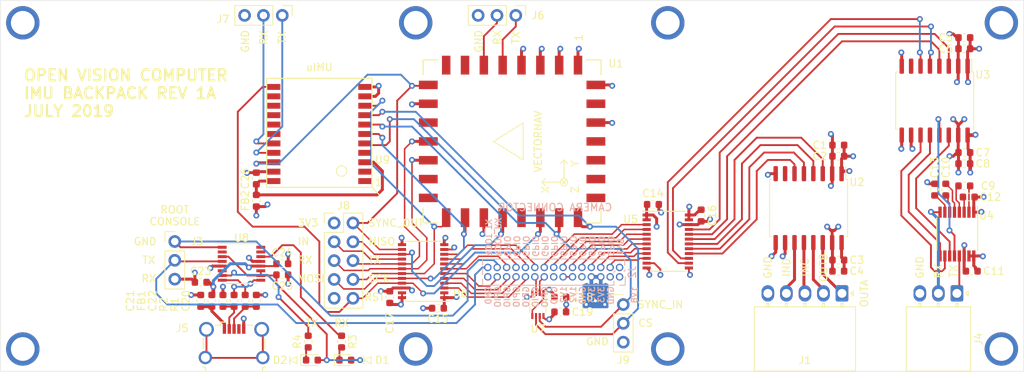
<source format=kicad_pcb>
(kicad_pcb (version 20190516) (host pcbnew "6.0.0-unknown-978c4fd~100~ubuntu18.04.1")
  (layers (0 "F.Cu" signal) (1 "In1.Cu" signal hide) (2 "In2.Cu" signal hide) (31 "B.Cu" signal) (34 "B.Paste" user) (35 "F.Paste" user) (36 "B.SilkS" user) (37 "F.SilkS" user) (38 "B.Mask" user) (39 "F.Mask" user) (44 "Edge.Cuts" user))
  (net 0 "")
  (net 1 "Net-(U1-Pad29)")
  (net 2 "Net-(U1-Pad27)")
  (net 3 "Net-(U1-Pad26)")
  (net 4 "Net-(U1-Pad25)")
  (net 5 "Net-(U1-Pad24)")
  (net 6 "Net-(U1-Pad20)")
  (net 7 "Net-(U1-Pad15)")
  (net 8 "Net-(U1-Pad14)")
  (net 9 "Net-(U1-Pad8)")
  (net 10 "GND")
  (net 11 "+3V3")
  (net 12 "/GPIO1_GND_ISO")
  (net 13 "/GPIO1_VCC_ISO")
  (net 14 "Net-(H1-Pad1)")
  (net 15 "Net-(H2-Pad1)")
  (net 16 "Net-(H3-Pad1)")
  (net 17 "Net-(H4-Pad1)")
  (net 18 "/GPIO1D_ISO")
  (net 19 "/GPIO1C_ISO")
  (net 20 "/GPIO1B_ISO")
  (net 21 "/GPIO1A_ISO")
  (net 22 "Net-(U2-Pad7)")
  (net 23 "/GPIO1D")
  (net 24 "/GPIO1C")
  (net 25 "/GPIO1B")
  (net 26 "/GPIO1A")
  (net 27 "/IMU_CS")
  (net 28 "/IMU_SYNC_IN")
  (net 29 "/IMU_NRST")
  (net 30 "/IMU_MISO")
  (net 31 "/IMU_MOSI")
  (net 32 "/IMU_SCK")
  (net 33 "/IMU_RX1")
  (net 34 "/IMU_TX1")
  (net 35 "/IMU_SYNC_OUT")
  (net 36 "/IMU_RX2")
  (net 37 "/IMU_TX2")
  (net 38 "/ROOT_TX")
  (net 39 "/ROOT_RX")
  (net 40 "/GPIO17_1V8")
  (net 41 "/GPIO11_1V8")
  (net 42 "/GPIO16_1V8")
  (net 43 "/GPIO10_1V8")
  (net 44 "/GPIO15_1V8")
  (net 45 "/GPIO9_1V8")
  (net 46 "/GPIO14_1V8")
  (net 47 "/GPIO8_1V8")
  (net 48 "/GPIO13_1V8")
  (net 49 "/GPIO7_1V8")
  (net 50 "/GPIO12_1V8")
  (net 51 "/GPIO6_1V8")
  (net 52 "/GPIO5_1V8")
  (net 53 "+1V2")
  (net 54 "/GPIO4_1V8")
  (net 55 "/GPIO3_1V8")
  (net 56 "/GPIO2_1V8")
  (net 57 "/GPIO1_1V8")
  (net 58 "/GPIO0_1V8")
  (net 59 "+1V8")
  (net 60 "Net-(U3-Pad7)")
  (net 61 "Net-(H5-Pad1)")
  (net 62 "Net-(H6-Pad1)")
  (net 63 "Net-(H7-Pad1)")
  (net 64 "Net-(H8-Pad1)")
  (net 65 "/RS232_DIN")
  (net 66 "/RS232_ROUT")
  (net 67 "/RS232_INVALID")
  (net 68 "/ISO_GND_RS232")
  (net 69 "/ISO_VCC_RS232")
  (net 70 "/ISO_RS232_RIN")
  (net 71 "/ISO_RS232_DOUT")
  (net 72 "/ISO_RS232_DIN")
  (net 73 "/ISO_RS232_ROUT")
  (net 74 "/ISO_RS232_INVALID")
  (net 75 "Net-(C9-Pad2)")
  (net 76 "Net-(C9-Pad1)")
  (net 77 "Net-(C10-Pad2)")
  (net 78 "Net-(C10-Pad1)")
  (net 79 "Net-(C12-Pad2)")
  (net 80 "Net-(C13-Pad2)")
  (net 81 "Net-(U1-Pad11)")
  (net 82 "Net-(U1-Pad7)")
  (net 83 "/ISO_RS232_FORCEON")
  (net 84 "/RS232_FORCEON")
  (net 85 "Net-(U8-Pad16)")
  (net 86 "Net-(U8-Pad15)")
  (net 87 "Net-(U8-Pad6)")
  (net 88 "Net-(U8-Pad2)")
  (net 89 "Net-(C20-Pad1)")
  (net 90 "Net-(C21-Pad1)")
  (net 91 "Net-(C22-Pad1)")
  (net 92 "/USB_3V3")
  (net 93 "/USB_DM")
  (net 94 "/USB_DP")
  (net 95 "Net-(J5-Pad6)")
  (net 96 "Net-(J5-Pad4)")
  (net 97 "Net-(C26-Pad1)")
  (net 98 "/IMU_RX0")
  (net 99 "/IMU_TX0")
  (net 100 "Net-(U9-Pad17)")
  (net 101 "Net-(U9-Pad16)")
  (net 102 "Net-(U9-Pad15)")
  (net 103 "Net-(U9-Pad14)")
  (net 104 "Net-(U9-Pad13)")
  (net 105 "Net-(U9-Pad4)")
  (net 106 "Net-(U9-Pad2)")
  (net 107 "Net-(U9-Pad1)")
  (net 108 "/BONUS_INPUT")
  (net 109 "/USB_VCC")
  (net 110 "Net-(D1-Pad1)")
  (net 111 "Net-(D2-Pad1)")
  (net 112 "/RXLED")
  (net 113 "/TXLED")
  (module "Connector_PinHeader_1.27mm:PinHeader_2x15_P1.27mm_Vertical" (layer "B.Cu") (at 163.5 107.27 90)
    (fp_text reference "J2" (at 0.635 1.695 90) (layer "B.SilkS") (effects (justify mirror)))
    (fp_text value "TO_CAMERA")
    (pad "30" thru_hole oval (at 1.27 -17.78 90) (size 1 1) (drill 0.65) (layers *.Cu *.Mask) (net 38 "/ROOT_TX"))
    (pad "29" thru_hole oval (at 0 -17.78 90) (size 1 1) (drill 0.65) (layers *.Cu *.Mask) (net 10 "GND"))
    (pad "28" thru_hole oval (at 1.27 -16.51 90) (size 1 1) (drill 0.65) (layers *.Cu *.Mask) (net 39 "/ROOT_RX"))
    (pad "27" thru_hole oval (at 0 -16.51 90) (size 1 1) (drill 0.65) (layers *.Cu *.Mask) (net 41 "/GPIO11_1V8"))
    (pad "26" thru_hole oval (at 1.27 -15.24 90) (size 1 1) (drill 0.65) (layers *.Cu *.Mask) (net 50 "/GPIO12_1V8"))
    (pad "25" thru_hole oval (at 0 -15.24 90) (size 1 1) (drill 0.65) (layers *.Cu *.Mask) (net 43 "/GPIO10_1V8"))
    (pad "24" thru_hole oval (at 1.27 -13.97 90) (size 1 1) (drill 0.65) (layers *.Cu *.Mask) (net 48 "/GPIO13_1V8"))
    (pad "23" thru_hole oval (at 0 -13.97 90) (size 1 1) (drill 0.65) (layers *.Cu *.Mask) (net 45 "/GPIO9_1V8"))
    (pad "22" thru_hole oval (at 1.27 -12.7 90) (size 1 1) (drill 0.65) (layers *.Cu *.Mask) (net 46 "/GPIO14_1V8"))
    (pad "21" thru_hole oval (at 0 -12.7 90) (size 1 1) (drill 0.65) (layers *.Cu *.Mask) (net 47 "/GPIO8_1V8"))
    (pad "20" thru_hole oval (at 1.27 -11.43 90) (size 1 1) (drill 0.65) (layers *.Cu *.Mask) (net 44 "/GPIO15_1V8"))
    (pad "19" thru_hole oval (at 0 -11.43 90) (size 1 1) (drill 0.65) (layers *.Cu *.Mask) (net 40 "/GPIO17_1V8"))
    (pad "18" thru_hole oval (at 1.27 -10.16 90) (size 1 1) (drill 0.65) (layers *.Cu *.Mask) (net 49 "/GPIO7_1V8"))
    (pad "17" thru_hole oval (at 0 -10.16 90) (size 1 1) (drill 0.65) (layers *.Cu *.Mask) (net 42 "/GPIO16_1V8"))
    (pad "16" thru_hole oval (at 1.27 -8.89 90) (size 1 1) (drill 0.65) (layers *.Cu *.Mask) (net 51 "/GPIO6_1V8"))
    (pad "15" thru_hole oval (at 0 -8.89 90) (size 1 1) (drill 0.65) (layers *.Cu *.Mask) (net 10 "GND"))
    (pad "14" thru_hole oval (at 1.27 -7.62 90) (size 1 1) (drill 0.65) (layers *.Cu *.Mask) (net 52 "/GPIO5_1V8"))
    (pad "13" thru_hole oval (at 0 -7.62 90) (size 1 1) (drill 0.65) (layers *.Cu *.Mask) (net 53 "+1V2"))
    (pad "12" thru_hole oval (at 1.27 -6.35 90) (size 1 1) (drill 0.65) (layers *.Cu *.Mask) (net 54 "/GPIO4_1V8"))
    (pad "11" thru_hole oval (at 0 -6.35 90) (size 1 1) (drill 0.65) (layers *.Cu *.Mask) (net 53 "+1V2"))
    (pad "10" thru_hole oval (at 1.27 -5.08 90) (size 1 1) (drill 0.65) (layers *.Cu *.Mask) (net 55 "/GPIO3_1V8"))
    (pad "9" thru_hole oval (at 0 -5.08 90) (size 1 1) (drill 0.65) (layers *.Cu *.Mask) (net 10 "GND"))
    (pad "8" thru_hole oval (at 1.27 -3.81 90) (size 1 1) (drill 0.65) (layers *.Cu *.Mask) (net 56 "/GPIO2_1V8"))
    (pad "7" thru_hole oval (at 0 -3.81 90) (size 1 1) (drill 0.65) (layers *.Cu *.Mask) (net 11 "+3V3"))
    (pad "6" thru_hole oval (at 1.27 -2.54 90) (size 1 1) (drill 0.65) (layers *.Cu *.Mask) (net 57 "/GPIO1_1V8"))
    (pad "5" thru_hole oval (at 0 -2.54 90) (size 1 1) (drill 0.65) (layers *.Cu *.Mask) (net 11 "+3V3"))
    (pad "4" thru_hole oval (at 1.27 -1.27 90) (size 1 1) (drill 0.65) (layers *.Cu *.Mask) (net 58 "/GPIO0_1V8"))
    (pad "3" thru_hole oval (at 0 -1.27 90) (size 1 1) (drill 0.65) (layers *.Cu *.Mask) (net 10 "GND"))
    (pad "2" thru_hole oval (at 1.27 0 90) (size 1 1) (drill 0.65) (layers *.Cu *.Mask) (net 59 "+1V8"))
    (pad "1" thru_hole circle (at 0 0 90) (size 1 1) (drill 0.65) (layers *.Cu *.Mask) (net 59 "+1V8"))
  )
  (module "Resistor_SMD:R_0603_1608Metric" (layer "F.Cu") (at 121.5 116 90)
    (fp_text reference "R4" (at 0 -1.5 90) (layer "F.SilkS"))
    (fp_text value "270R")
    (pad "2" smd roundrect (at 0.7875 0 90) (size 0.875 0.95) (layers "F.Cu" "F.Paste" "F.Mask") (net 113 "/TXLED"))
    (pad "1" smd roundrect (at -0.7875 0 90) (size 0.875 0.95) (layers "F.Cu" "F.Paste" "F.Mask") (net 111 "Net-(D2-Pad1)"))
  )
  (module "Resistor_SMD:R_0603_1608Metric" (layer "F.Cu") (at 126 116 90)
    (fp_text reference "R3" (at 0 1.5 90) (layer "F.SilkS"))
    (fp_text value "270R")
    (pad "2" smd roundrect (at 0.7875 0 90) (size 0.875 0.95) (layers "F.Cu" "F.Paste" "F.Mask") (net 112 "/RXLED"))
    (pad "1" smd roundrect (at -0.7875 0 90) (size 0.875 0.95) (layers "F.Cu" "F.Paste" "F.Mask") (net 110 "Net-(D1-Pad1)"))
  )
  (module "LED_SMD:LED_0603_1608Metric" (layer "F.Cu") (at 122 118.5)
    (fp_text reference "D2" (at -4.3 0) (layer "F.SilkS"))
    (fp_text value "TXLED")
    (pad "2" smd roundrect (at 0.7875 0) (size 0.875 0.95) (layers "F.Cu" "F.Paste" "F.Mask") (net 92 "/USB_3V3"))
    (pad "1" smd roundrect (at -0.7875 0) (size 0.875 0.95) (layers "F.Cu" "F.Paste" "F.Mask") (net 111 "Net-(D2-Pad1)"))
  )
  (module "LED_SMD:LED_0603_1608Metric" (layer "F.Cu") (at 126.5 118.5)
    (fp_text reference "D1" (at 5 0) (layer "F.SilkS"))
    (fp_text value "RXLED")
    (pad "2" smd roundrect (at 0.7875 0) (size 0.875 0.95) (layers "F.Cu" "F.Paste" "F.Mask") (net 92 "/USB_3V3"))
    (pad "1" smd roundrect (at -0.7875 0) (size 0.875 0.95) (layers "F.Cu" "F.Paste" "F.Mask") (net 110 "Net-(D1-Pad1)"))
  )
  (module "Connector_PinHeader_2.54mm:PinHeader_1x03_P2.54mm_Vertical" (layer "F.Cu") (at 164 111)
    (fp_text reference "J9" (at 0 7.5) (layer "F.SilkS"))
    (fp_text value "debug")
    (pad "3" thru_hole oval (at 0 5.08) (size 1.7 1.7) (drill 1) (layers *.Cu *.Mask) (net 10 "GND"))
    (pad "2" thru_hole oval (at 0 2.54) (size 1.7 1.7) (drill 1) (layers *.Cu *.Mask) (net 27 "/IMU_CS"))
    (pad "1" thru_hole circle (at 0 0) (size 1.7 1.7) (drill 1) (layers *.Cu *.Mask) (net 28 "/IMU_SYNC_IN"))
  )
  (module "Connector_PinHeader_2.54mm:PinHeader_2x05_P2.54mm_Vertical" (layer "F.Cu") (at 125 100)
    (fp_text reference "J8" (at 1.27 -2.33) (layer "F.SilkS"))
    (fp_text value "debug")
    (pad "10" thru_hole oval (at 2.54 10.16) (size 1.7 1.7) (drill 1) (layers *.Cu *.Mask) (net 29 "/IMU_NRST"))
    (pad "9" thru_hole oval (at 0 10.16) (size 1.7 1.7) (drill 1) (layers *.Cu *.Mask) (net 10 "GND"))
    (pad "8" thru_hole oval (at 2.54 7.62) (size 1.7 1.7) (drill 1) (layers *.Cu *.Mask) (net 32 "/IMU_SCK"))
    (pad "7" thru_hole oval (at 0 7.62) (size 1.7 1.7) (drill 1) (layers *.Cu *.Mask) (net 31 "/IMU_MOSI"))
    (pad "6" thru_hole oval (at 2.54 5.08) (size 1.7 1.7) (drill 1) (layers *.Cu *.Mask) (net 34 "/IMU_TX1"))
    (pad "5" thru_hole oval (at 0 5.08) (size 1.7 1.7) (drill 1) (layers *.Cu *.Mask) (net 33 "/IMU_RX1"))
    (pad "4" thru_hole oval (at 2.54 2.54) (size 1.7 1.7) (drill 1) (layers *.Cu *.Mask) (net 30 "/IMU_MISO"))
    (pad "3" thru_hole oval (at 0 2.54) (size 1.7 1.7) (drill 1) (layers *.Cu *.Mask) (net 108 "/BONUS_INPUT"))
    (pad "2" thru_hole oval (at 2.54 0) (size 1.7 1.7) (drill 1) (layers *.Cu *.Mask) (net 35 "/IMU_SYNC_OUT"))
    (pad "1" thru_hole circle (at 0 0) (size 1.7 1.7) (drill 1) (layers *.Cu *.Mask) (net 11 "+3V3"))
  )
  (module "IMU:VN-100" (layer "F.Cu") (at 149 89 90)
    (fp_text reference "U1" (at 10.5 14 180) (layer "F.SilkS"))
    (fp_text value "VN-100")
    (pad "30" smd rect (at 7.62 11.303) (size 2.54 1.143) (layers "F.Cu" "F.Paste" "F.Mask") (net 10 "GND"))
    (pad "29" smd rect (at 5.08 11.303) (size 2.54 1.143) (layers "F.Cu" "F.Paste" "F.Mask") (net 1 "Net-(U1-Pad29)"))
    (pad "28" smd rect (at 2.54 11.303) (size 2.54 1.143) (layers "F.Cu" "F.Paste" "F.Mask") (net 10 "GND"))
    (pad "27" smd rect (at 0 11.303) (size 2.54 1.143) (layers "F.Cu" "F.Paste" "F.Mask") (net 2 "Net-(U1-Pad27)"))
    (pad "26" smd rect (at -2.54 11.303) (size 2.54 1.143) (layers "F.Cu" "F.Paste" "F.Mask") (net 3 "Net-(U1-Pad26)"))
    (pad "25" smd rect (at -5.08 11.303) (size 2.54 1.143) (layers "F.Cu" "F.Paste" "F.Mask") (net 4 "Net-(U1-Pad25)"))
    (pad "24" smd rect (at -7.62 11.303) (size 2.54 1.143) (layers "F.Cu" "F.Paste" "F.Mask") (net 5 "Net-(U1-Pad24)"))
    (pad "23" smd rect (at -10.287 8.89 270) (size 2.54 1.143) (layers "F.Cu" "F.Paste" "F.Mask") (net 27 "/IMU_CS"))
    (pad "22" smd rect (at -10.287 6.35 270) (size 2.54 1.143) (layers "F.Cu" "F.Paste" "F.Mask") (net 28 "/IMU_SYNC_IN"))
    (pad "21" smd rect (at -10.287 3.81 270) (size 2.54 1.143) (layers "F.Cu" "F.Paste" "F.Mask") (net 29 "/IMU_NRST"))
    (pad "20" smd rect (at -10.287 1.27 270) (size 2.54 1.143) (layers "F.Cu" "F.Paste" "F.Mask") (net 6 "Net-(U1-Pad20)"))
    (pad "19" smd rect (at -10.287 -1.27 270) (size 2.54 1.143) (layers "F.Cu" "F.Paste" "F.Mask") (net 30 "/IMU_MISO"))
    (pad "18" smd rect (at -10.287 -3.81 270) (size 2.54 1.143) (layers "F.Cu" "F.Paste" "F.Mask") (net 10 "GND"))
    (pad "17" smd rect (at -10.287 -6.35 270) (size 2.54 1.143) (layers "F.Cu" "F.Paste" "F.Mask") (net 31 "/IMU_MOSI"))
    (pad "16" smd rect (at -10.287 -8.89 270) (size 2.54 1.143) (layers "F.Cu" "F.Paste" "F.Mask") (net 32 "/IMU_SCK"))
    (pad "15" smd rect (at -7.62 -11.303 180) (size 2.54 1.143) (layers "F.Cu" "F.Paste" "F.Mask") (net 7 "Net-(U1-Pad15)"))
    (pad "14" smd rect (at -5.08 -11.303 180) (size 2.54 1.143) (layers "F.Cu" "F.Paste" "F.Mask") (net 8 "Net-(U1-Pad14)"))
    (pad "13" smd rect (at -2.54 -11.303 180) (size 2.54 1.143) (layers "F.Cu" "F.Paste" "F.Mask") (net 33 "/IMU_RX1"))
    (pad "12" smd rect (at 0 -11.303 180) (size 2.54 1.143) (layers "F.Cu" "F.Paste" "F.Mask") (net 34 "/IMU_TX1"))
    (pad "11" smd rect (at 2.54 -11.303 180) (size 2.54 1.143) (layers "F.Cu" "F.Paste" "F.Mask") (net 81 "Net-(U1-Pad11)"))
    (pad "10" smd rect (at 5.08 -11.303 180) (size 2.54 1.143) (layers "F.Cu" "F.Paste" "F.Mask") (net 11 "+3V3"))
    (pad "9" smd rect (at 7.62 -11.303 180) (size 2.54 1.143) (layers "F.Cu" "F.Paste" "F.Mask") (net 35 "/IMU_SYNC_OUT"))
    (pad "8" smd rect (at 10.287 -8.89 90) (size 2.54 1.143) (layers "F.Cu" "F.Paste" "F.Mask") (net 9 "Net-(U1-Pad8)"))
    (pad "7" smd rect (at 10.287 -6.35 90) (size 2.54 1.143) (layers "F.Cu" "F.Paste" "F.Mask") (net 82 "Net-(U1-Pad7)"))
    (pad "6" smd rect (at 10.287 -3.81 90) (size 2.54 1.143) (layers "F.Cu" "F.Paste" "F.Mask") (net 36 "/IMU_RX2"))
    (pad "5" smd rect (at 10.287 -1.27 90) (size 2.54 1.143) (layers "F.Cu" "F.Paste" "F.Mask") (net 37 "/IMU_TX2"))
    (pad "4" smd rect (at 10.287 1.27 90) (size 2.54 1.143) (layers "F.Cu" "F.Paste" "F.Mask") (net 10 "GND"))
    (pad "3" smd rect (at 10.287 3.81 90) (size 2.54 1.143) (layers "F.Cu" "F.Paste" "F.Mask") (net 10 "GND"))
    (pad "2" smd rect (at 10.287 6.35 90) (size 2.54 1.143) (layers "F.Cu" "F.Paste" "F.Mask") (net 10 "GND"))
    (pad "1" smd rect (at 10.287 8.89 90) (size 2.54 1.143) (layers "F.Cu" "F.Paste" "F.Mask") (net 10 "GND"))
  )
  (module "IMU:uIMU-2" (layer "F.Cu") (at 123 88 180)
    (fp_text reference "U9" (at -8.5 -3.5) (layer "F.SilkS"))
    (fp_text value "uIMU-2")
    (pad "22" smd rect (at 6.15 -6.35 180) (size 1.8 0.8) (layers "F.Cu" "F.Paste" "F.Mask") (net 97 "Net-(C26-Pad1)"))
    (pad "21" smd rect (at 6.15 -5.08 180) (size 1.8 0.8) (layers "F.Cu" "F.Paste" "F.Mask") (net 10 "GND"))
    (pad "20" smd rect (at 6.15 -3.81 180) (size 1.8 0.8) (layers "F.Cu" "F.Paste" "F.Mask") (net 35 "/IMU_SYNC_OUT"))
    (pad "19" smd rect (at 6.15 -2.54 180) (size 1.8 0.8) (layers "F.Cu" "F.Paste" "F.Mask") (net 99 "/IMU_TX0"))
    (pad "18" smd rect (at 6.15 -1.27 180) (size 1.8 0.8) (layers "F.Cu" "F.Paste" "F.Mask") (net 98 "/IMU_RX0"))
    (pad "17" smd rect (at 6.15 0 180) (size 1.8 0.8) (layers "F.Cu" "F.Paste" "F.Mask") (net 100 "Net-(U9-Pad17)"))
    (pad "16" smd rect (at 6.15 1.27 180) (size 1.8 0.8) (layers "F.Cu" "F.Paste" "F.Mask") (net 101 "Net-(U9-Pad16)"))
    (pad "15" smd rect (at 6.15 2.54 180) (size 1.8 0.8) (layers "F.Cu" "F.Paste" "F.Mask") (net 102 "Net-(U9-Pad15)"))
    (pad "14" smd rect (at 6.15 3.81 180) (size 1.8 0.8) (layers "F.Cu" "F.Paste" "F.Mask") (net 103 "Net-(U9-Pad14)"))
    (pad "13" smd rect (at 6.15 5.08 180) (size 1.8 0.8) (layers "F.Cu" "F.Paste" "F.Mask") (net 104 "Net-(U9-Pad13)"))
    (pad "12" smd rect (at 6.15 6.35 180) (size 1.8 0.8) (layers "F.Cu" "F.Paste" "F.Mask") (net 29 "/IMU_NRST"))
    (pad "11" smd rect (at -6.15 6.35 180) (size 1.8 0.8) (layers "F.Cu" "F.Paste" "F.Mask") (net 10 "GND"))
    (pad "10" smd rect (at -6.15 5.08 180) (size 1.8 0.8) (layers "F.Cu" "F.Paste" "F.Mask") (net 10 "GND"))
    (pad "9" smd rect (at -6.15 3.81 180) (size 1.8 0.8) (layers "F.Cu" "F.Paste" "F.Mask") (net 32 "/IMU_SCK"))
    (pad "8" smd rect (at -6.15 2.54 180) (size 1.8 0.8) (layers "F.Cu" "F.Paste" "F.Mask") (net 27 "/IMU_CS"))
    (pad "7" smd rect (at -6.15 1.27 180) (size 1.8 0.8) (layers "F.Cu" "F.Paste" "F.Mask") (net 30 "/IMU_MISO"))
    (pad "6" smd rect (at -6.15 0 180) (size 1.8 0.8) (layers "F.Cu" "F.Paste" "F.Mask") (net 31 "/IMU_MOSI"))
    (pad "5" smd rect (at -6.15 -1.27 180) (size 1.8 0.8) (layers "F.Cu" "F.Paste" "F.Mask") (net 28 "/IMU_SYNC_IN"))
    (pad "4" smd rect (at -6.15 -2.54 180) (size 1.8 0.8) (layers "F.Cu" "F.Paste" "F.Mask") (net 105 "Net-(U9-Pad4)"))
    (pad "3" smd rect (at -6.15 -3.81 180) (size 1.8 0.8) (layers "F.Cu" "F.Paste" "F.Mask") (net 97 "Net-(C26-Pad1)"))
    (pad "2" smd rect (at -6.15 -5.08 180) (size 1.8 0.8) (layers "F.Cu" "F.Paste" "F.Mask") (net 106 "Net-(U9-Pad2)"))
    (pad "1" smd rect (at -6.15 -6.35 180) (size 1.8 0.8) (layers "F.Cu" "F.Paste" "F.Mask") (net 107 "Net-(U9-Pad1)"))
  )
  (module "Connector_PinHeader_2.54mm:PinHeader_1x03_P2.54mm_Vertical" (layer "F.Cu") (at 118 72 270)
    (fp_text reference "J7" (at 0.5 8 180) (layer "F.SilkS"))
    (fp_text value "IMU_UART0")
    (pad "3" thru_hole oval (at 0 5.08 270) (size 1.7 1.7) (drill 1) (layers *.Cu *.Mask) (net 10 "GND"))
    (pad "2" thru_hole oval (at 0 2.54 270) (size 1.7 1.7) (drill 1) (layers *.Cu *.Mask) (net 98 "/IMU_RX0"))
    (pad "1" thru_hole circle (at 0 0 270) (size 1.7 1.7) (drill 1) (layers *.Cu *.Mask) (net 99 "/IMU_TX0"))
  )
  (module "Resistor_SMD:R_0603_1608Metric" (layer "F.Cu") (at 114.5 97 90)
    (fp_text reference "FB2" (at 0 -1.5 90) (layer "F.SilkS"))
    (fp_text value "ferrite")
    (pad "2" smd roundrect (at 0.7875 0 90) (size 0.875 0.95) (layers "F.Cu" "F.Paste" "F.Mask") (net 97 "Net-(C26-Pad1)"))
    (pad "1" smd roundrect (at -0.7875 0 90) (size 0.875 0.95) (layers "F.Cu" "F.Paste" "F.Mask") (net 11 "+3V3"))
  )
  (module "Capacitor_SMD:C_0603_1608Metric" (layer "F.Cu") (at 114.5 94 90)
    (fp_text reference "C26" (at 0 -1.5 90) (layer "F.SilkS"))
    (fp_text value "100n")
    (pad "2" smd roundrect (at 0.7875 0 90) (size 0.875 0.95) (layers "F.Cu" "F.Paste" "F.Mask") (net 10 "GND"))
    (pad "1" smd roundrect (at -0.7875 0 90) (size 0.875 0.95) (layers "F.Cu" "F.Paste" "F.Mask") (net 97 "Net-(C26-Pad1)"))
  )
  (module "Connector_PinHeader_2.54mm:PinHeader_1x03_P2.54mm_Vertical" (layer "F.Cu") (at 149.5 72 270)
    (fp_text reference "J6" (at 0 -3 180) (layer "F.SilkS"))
    (fp_text value "IMU_UART2")
    (pad "3" thru_hole oval (at 0 5.08 270) (size 1.7 1.7) (drill 1) (layers *.Cu *.Mask) (net 10 "GND"))
    (pad "2" thru_hole oval (at 0 2.54 270) (size 1.7 1.7) (drill 1) (layers *.Cu *.Mask) (net 36 "/IMU_RX2"))
    (pad "1" thru_hole circle (at 0 0 270) (size 1.7 1.7) (drill 1) (layers *.Cu *.Mask) (net 37 "/IMU_TX2"))
  )
  (module "Connector_USB:USB_Micro-B_Wuerth_629105150521_CircularHoles" (layer "F.Cu") (at 111.5 116.2)
    (fp_text reference "J5" (at -7 -2) (layer "F.SilkS"))
    (fp_text value "USB_B_Micro")
    (pad "" np_thru_hole circle (at 2.5 -0.8) (size 0.8 0.8) (drill 0.8) (layers *.Cu *.Mask))
    (pad "" np_thru_hole circle (at -2.5 -0.8) (size 0.8 0.8) (drill 0.8) (layers *.Cu *.Mask))
    (pad "6" thru_hole circle (at 3.875 1.95) (size 1.8 1.8) (drill 1.2) (layers *.Cu *.Mask) (net 95 "Net-(J5-Pad6)"))
    (pad "6" thru_hole circle (at -3.875 1.95) (size 1.8 1.8) (drill 1.2) (layers *.Cu *.Mask) (net 95 "Net-(J5-Pad6)"))
    (pad "6" thru_hole circle (at 3.725 -1.85) (size 2 2) (drill 1.4) (layers *.Cu *.Mask) (net 95 "Net-(J5-Pad6)"))
    (pad "6" thru_hole circle (at -3.725 -1.85) (size 2 2) (drill 1.4) (layers *.Cu *.Mask) (net 95 "Net-(J5-Pad6)"))
    (pad "5" smd rect (at 1.3 -1.9) (size 0.45 1.3) (layers "F.Cu" "F.Paste" "F.Mask") (net 10 "GND"))
    (pad "4" smd rect (at 0.65 -1.9) (size 0.45 1.3) (layers "F.Cu" "F.Paste" "F.Mask") (net 96 "Net-(J5-Pad4)"))
    (pad "3" smd rect (at 0 -1.9) (size 0.45 1.3) (layers "F.Cu" "F.Paste" "F.Mask") (net 89 "Net-(C20-Pad1)"))
    (pad "2" smd rect (at -0.65 -1.9) (size 0.45 1.3) (layers "F.Cu" "F.Paste" "F.Mask") (net 91 "Net-(C22-Pad1)"))
    (pad "1" smd rect (at -1.3 -1.9) (size 0.45 1.3) (layers "F.Cu" "F.Paste" "F.Mask") (net 90 "Net-(C21-Pad1)"))
  )
  (module "Resistor_SMD:R_0603_1608Metric" (layer "F.Cu") (at 111.5 110.5 270)
    (fp_text reference "R2" (at 0.5 9.5 90) (layer "F.SilkS"))
    (fp_text value "27R")
    (pad "2" smd roundrect (at 0.7875 0 270) (size 0.875 0.95) (layers "F.Cu" "F.Paste" "F.Mask") (net 91 "Net-(C22-Pad1)"))
    (pad "1" smd roundrect (at -0.7875 0 270) (size 0.875 0.95) (layers "F.Cu" "F.Paste" "F.Mask") (net 93 "/USB_DM"))
  )
  (module "Resistor_SMD:R_0603_1608Metric" (layer "F.Cu") (at 113 110.5 270)
    (fp_text reference "R1" (at 0.5 9.5 90) (layer "F.SilkS"))
    (fp_text value "27R")
    (pad "2" smd roundrect (at 0.7875 0 270) (size 0.875 0.95) (layers "F.Cu" "F.Paste" "F.Mask") (net 89 "Net-(C20-Pad1)"))
    (pad "1" smd roundrect (at -0.7875 0 270) (size 0.875 0.95) (layers "F.Cu" "F.Paste" "F.Mask") (net 94 "/USB_DP"))
  )
  (module "Package_SO:SSOP-16_3.9x4.9mm_P0.635mm" (layer "F.Cu") (at 112.5 105.5)
    (fp_text reference "U8" (at 0 -3.5) (layer "F.SilkS"))
    (fp_text value "FT230XS")
    (pad "16" smd rect (at 2.6 -2.2225) (size 1.2 0.4) (layers "F.Cu" "F.Paste" "F.Mask") (net 85 "Net-(U8-Pad16)"))
    (pad "15" smd rect (at 2.6 -1.5875) (size 1.2 0.4) (layers "F.Cu" "F.Paste" "F.Mask") (net 86 "Net-(U8-Pad15)"))
    (pad "14" smd rect (at 2.6 -0.9525) (size 1.2 0.4) (layers "F.Cu" "F.Paste" "F.Mask") (net 112 "/RXLED"))
    (pad "13" smd rect (at 2.6 -0.3175) (size 1.2 0.4) (layers "F.Cu" "F.Paste" "F.Mask") (net 10 "GND"))
    (pad "12" smd rect (at 2.6 0.3175) (size 1.2 0.4) (layers "F.Cu" "F.Paste" "F.Mask") (net 109 "/USB_VCC"))
    (pad "11" smd rect (at 2.6 0.9525) (size 1.2 0.4) (layers "F.Cu" "F.Paste" "F.Mask") (net 92 "/USB_3V3"))
    (pad "10" smd rect (at 2.6 1.5875) (size 1.2 0.4) (layers "F.Cu" "F.Paste" "F.Mask") (net 92 "/USB_3V3"))
    (pad "9" smd rect (at 2.6 2.2225) (size 1.2 0.4) (layers "F.Cu" "F.Paste" "F.Mask") (net 93 "/USB_DM"))
    (pad "8" smd rect (at -2.6 2.2225) (size 1.2 0.4) (layers "F.Cu" "F.Paste" "F.Mask") (net 94 "/USB_DP"))
    (pad "7" smd rect (at -2.6 1.5875) (size 1.2 0.4) (layers "F.Cu" "F.Paste" "F.Mask") (net 113 "/TXLED"))
    (pad "6" smd rect (at -2.6 0.9525) (size 1.2 0.4) (layers "F.Cu" "F.Paste" "F.Mask") (net 87 "Net-(U8-Pad6)"))
    (pad "5" smd rect (at -2.6 0.3175) (size 1.2 0.4) (layers "F.Cu" "F.Paste" "F.Mask") (net 10 "GND"))
    (pad "4" smd rect (at -2.6 -0.3175) (size 1.2 0.4) (layers "F.Cu" "F.Paste" "F.Mask") (net 38 "/ROOT_TX"))
    (pad "3" smd rect (at -2.6 -0.9525) (size 1.2 0.4) (layers "F.Cu" "F.Paste" "F.Mask") (net 92 "/USB_3V3"))
    (pad "2" smd rect (at -2.6 -1.5875) (size 1.2 0.4) (layers "F.Cu" "F.Paste" "F.Mask") (net 88 "Net-(U8-Pad2)"))
    (pad "1" smd rect (at -2.6 -2.2225) (size 1.2 0.4) (layers "F.Cu" "F.Paste" "F.Mask") (net 39 "/ROOT_RX"))
  )
  (module "Connector_PinHeader_2.54mm:PinHeader_1x03_P2.54mm_Vertical" (layer "F.Cu") (at 103.5 102.5)
    (fp_text reference "J3" (at 3 0) (layer "F.SilkS"))
    (fp_text value "ROOT CONSOLE")
    (pad "3" thru_hole oval (at 0 5.08) (size 1.7 1.7) (drill 1) (layers *.Cu *.Mask) (net 10 "GND"))
    (pad "2" thru_hole oval (at 0 2.54) (size 1.7 1.7) (drill 1) (layers *.Cu *.Mask) (net 38 "/ROOT_TX"))
    (pad "1" thru_hole circle (at 0 0) (size 1.7 1.7) (drill 1) (layers *.Cu *.Mask) (net 39 "/ROOT_RX"))
  )
  (module "Resistor_SMD:R_0603_1608Metric" (layer "F.Cu") (at 108.5 110.5 270)
    (fp_text reference "FB1" (at 0 9.5 90) (layer "F.SilkS"))
    (fp_text value "ferrite")
    (pad "2" smd roundrect (at 0.7875 0 270) (size 0.875 0.95) (layers "F.Cu" "F.Paste" "F.Mask") (net 90 "Net-(C21-Pad1)"))
    (pad "1" smd roundrect (at -0.7875 0 270) (size 0.875 0.95) (layers "F.Cu" "F.Paste" "F.Mask") (net 109 "/USB_VCC"))
  )
  (module "Capacitor_SMD:C_0603_1608Metric" (layer "F.Cu") (at 118 107)
    (fp_text reference "C25" (at 0 1.5) (layer "F.SilkS"))
    (fp_text value "100n")
    (pad "2" smd roundrect (at 0.7875 0) (size 0.875 0.95) (layers "F.Cu" "F.Paste" "F.Mask") (net 10 "GND"))
    (pad "1" smd roundrect (at -0.7875 0) (size 0.875 0.95) (layers "F.Cu" "F.Paste" "F.Mask") (net 92 "/USB_3V3"))
  )
  (module "Capacitor_SMD:C_0603_1608Metric" (layer "F.Cu") (at 118 105.5)
    (fp_text reference "C24" (at 0 -1.5) (layer "F.SilkS"))
    (fp_text value "100n")
    (pad "2" smd roundrect (at 0.7875 0) (size 0.875 0.95) (layers "F.Cu" "F.Paste" "F.Mask") (net 10 "GND"))
    (pad "1" smd roundrect (at -0.7875 0) (size 0.875 0.95) (layers "F.Cu" "F.Paste" "F.Mask") (net 109 "/USB_VCC"))
  )
  (module "Capacitor_SMD:C_0603_1608Metric" (layer "F.Cu") (at 107 108 180)
    (fp_text reference "C23" (at 0 1.5) (layer "F.SilkS"))
    (fp_text value "10u")
    (pad "2" smd roundrect (at 0.7875 0 180) (size 0.875 0.95) (layers "F.Cu" "F.Paste" "F.Mask") (net 10 "GND"))
    (pad "1" smd roundrect (at -0.7875 0 180) (size 0.875 0.95) (layers "F.Cu" "F.Paste" "F.Mask") (net 109 "/USB_VCC"))
  )
  (module "Capacitor_SMD:C_0603_1608Metric" (layer "F.Cu") (at 110 110.5 90)
    (fp_text reference "C22" (at 0 -9.5 90) (layer "F.SilkS"))
    (fp_text value "47p")
    (pad "2" smd roundrect (at 0.7875 0 90) (size 0.875 0.95) (layers "F.Cu" "F.Paste" "F.Mask") (net 10 "GND"))
    (pad "1" smd roundrect (at -0.7875 0 90) (size 0.875 0.95) (layers "F.Cu" "F.Paste" "F.Mask") (net 91 "Net-(C22-Pad1)"))
  )
  (module "Capacitor_SMD:C_0603_1608Metric" (layer "F.Cu") (at 107 110.5 90)
    (fp_text reference "C21" (at 0 -9.5 90) (layer "F.SilkS"))
    (fp_text value "100n")
    (pad "2" smd roundrect (at 0.7875 0 90) (size 0.875 0.95) (layers "F.Cu" "F.Paste" "F.Mask") (net 10 "GND"))
    (pad "1" smd roundrect (at -0.7875 0 90) (size 0.875 0.95) (layers "F.Cu" "F.Paste" "F.Mask") (net 90 "Net-(C21-Pad1)"))
  )
  (module "Capacitor_SMD:C_0603_1608Metric" (layer "F.Cu") (at 114.5 110.5 90)
    (fp_text reference "C20" (at 0 -9.5 90) (layer "F.SilkS"))
    (fp_text value "47p")
    (pad "2" smd roundrect (at 0.7875 0 90) (size 0.875 0.95) (layers "F.Cu" "F.Paste" "F.Mask") (net 10 "GND"))
    (pad "1" smd roundrect (at -0.7875 0 90) (size 0.875 0.95) (layers "F.Cu" "F.Paste" "F.Mask") (net 89 "Net-(C20-Pad1)"))
  )
  (module "Package_SO:VSSOP-8_2.3x2mm_P0.5mm" (layer "F.Cu") (at 152.48 111 270)
    (fp_text reference "U7" (at 3.28 -0.02 180) (layer "F.SilkS"))
    (fp_text value "SN74AVCH2T45")
    (pad "8" smd rect (at 1.55 -0.75 180) (size 0.3 0.8) (layers "F.Cu" "F.Paste" "F.Mask") (net 11 "+3V3"))
    (pad "7" smd rect (at 1.55 -0.25 180) (size 0.3 0.8) (layers "F.Cu" "F.Paste" "F.Mask") (net 28 "/IMU_SYNC_IN"))
    (pad "6" smd rect (at 1.55 0.25 180) (size 0.3 0.8) (layers "F.Cu" "F.Paste" "F.Mask") (net 27 "/IMU_CS"))
    (pad "5" smd rect (at 1.55 0.75 180) (size 0.3 0.8) (layers "F.Cu" "F.Paste" "F.Mask") (net 59 "+1V8"))
    (pad "4" smd rect (at -1.55 0.75 180) (size 0.3 0.8) (layers "F.Cu" "F.Paste" "F.Mask") (net 10 "GND"))
    (pad "3" smd rect (at -1.55 0.25 180) (size 0.3 0.8) (layers "F.Cu" "F.Paste" "F.Mask") (net 40 "/GPIO17_1V8"))
    (pad "2" smd rect (at -1.55 -0.25 180) (size 0.3 0.8) (layers "F.Cu" "F.Paste" "F.Mask") (net 42 "/GPIO16_1V8"))
    (pad "1" smd rect (at -1.55 -0.75 180) (size 0.3 0.8) (layers "F.Cu" "F.Paste" "F.Mask") (net 59 "+1V8"))
  )
  (module "Capacitor_SMD:C_0603_1608Metric" (layer "F.Cu") (at 155.5 112)
    (fp_text reference "C19" (at 3 0) (layer "F.SilkS"))
    (fp_text value "100n")
    (pad "2" smd roundrect (at 0.7875 0) (size 0.875 0.95) (layers "F.Cu" "F.Paste" "F.Mask") (net 10 "GND"))
    (pad "1" smd roundrect (at -0.7875 0) (size 0.875 0.95) (layers "F.Cu" "F.Paste" "F.Mask") (net 11 "+3V3"))
  )
  (module "Capacitor_SMD:C_0603_1608Metric" (layer "F.Cu") (at 155.5 110)
    (fp_text reference "C18" (at 3 0) (layer "F.SilkS"))
    (fp_text value "100n")
    (pad "2" smd roundrect (at 0.7875 0) (size 0.875 0.95) (layers "F.Cu" "F.Paste" "F.Mask") (net 10 "GND"))
    (pad "1" smd roundrect (at -0.7875 0) (size 0.875 0.95) (layers "F.Cu" "F.Paste" "F.Mask") (net 59 "+1V8"))
  )
  (module "Package_SO:TSSOP-24_4.4x7.8mm_P0.65mm" (layer "F.Cu") (at 137 106.5 180)
    (fp_text reference "U6" (at -5 -3) (layer "F.SilkS"))
    (fp_text value "SN74AXCH8T245")
    (pad "24" smd rect (at 2.85 -3.575 180) (size 1.1 0.4) (layers "F.Cu" "F.Paste" "F.Mask") (net 11 "+3V3"))
    (pad "23" smd rect (at 2.85 -2.925 180) (size 1.1 0.4) (layers "F.Cu" "F.Paste" "F.Mask") (net 11 "+3V3"))
    (pad "22" smd rect (at 2.85 -2.275 180) (size 1.1 0.4) (layers "F.Cu" "F.Paste" "F.Mask") (net 10 "GND"))
    (pad "21" smd rect (at 2.85 -1.625 180) (size 1.1 0.4) (layers "F.Cu" "F.Paste" "F.Mask") (net 29 "/IMU_NRST"))
    (pad "20" smd rect (at 2.85 -0.975 180) (size 1.1 0.4) (layers "F.Cu" "F.Paste" "F.Mask") (net 31 "/IMU_MOSI"))
    (pad "19" smd rect (at 2.85 -0.325 180) (size 1.1 0.4) (layers "F.Cu" "F.Paste" "F.Mask") (net 32 "/IMU_SCK"))
    (pad "18" smd rect (at 2.85 0.325 180) (size 1.1 0.4) (layers "F.Cu" "F.Paste" "F.Mask") (net 33 "/IMU_RX1"))
    (pad "17" smd rect (at 2.85 0.975 180) (size 1.1 0.4) (layers "F.Cu" "F.Paste" "F.Mask") (net 34 "/IMU_TX1"))
    (pad "16" smd rect (at 2.85 1.625 180) (size 1.1 0.4) (layers "F.Cu" "F.Paste" "F.Mask") (net 108 "/BONUS_INPUT"))
    (pad "15" smd rect (at 2.85 2.275 180) (size 1.1 0.4) (layers "F.Cu" "F.Paste" "F.Mask") (net 30 "/IMU_MISO"))
    (pad "14" smd rect (at 2.85 2.925 180) (size 1.1 0.4) (layers "F.Cu" "F.Paste" "F.Mask") (net 35 "/IMU_SYNC_OUT"))
    (pad "13" smd rect (at 2.85 3.575 180) (size 1.1 0.4) (layers "F.Cu" "F.Paste" "F.Mask") (net 10 "GND"))
    (pad "12" smd rect (at -2.85 3.575 180) (size 1.1 0.4) (layers "F.Cu" "F.Paste" "F.Mask") (net 10 "GND"))
    (pad "11" smd rect (at -2.85 2.925 180) (size 1.1 0.4) (layers "F.Cu" "F.Paste" "F.Mask") (net 59 "+1V8"))
    (pad "10" smd rect (at -2.85 2.275 180) (size 1.1 0.4) (layers "F.Cu" "F.Paste" "F.Mask") (net 44 "/GPIO15_1V8"))
    (pad "9" smd rect (at -2.85 1.625 180) (size 1.1 0.4) (layers "F.Cu" "F.Paste" "F.Mask") (net 46 "/GPIO14_1V8"))
    (pad "8" smd rect (at -2.85 0.975 180) (size 1.1 0.4) (layers "F.Cu" "F.Paste" "F.Mask") (net 48 "/GPIO13_1V8"))
    (pad "7" smd rect (at -2.85 0.325 180) (size 1.1 0.4) (layers "F.Cu" "F.Paste" "F.Mask") (net 50 "/GPIO12_1V8"))
    (pad "6" smd rect (at -2.85 -0.325 180) (size 1.1 0.4) (layers "F.Cu" "F.Paste" "F.Mask") (net 41 "/GPIO11_1V8"))
    (pad "5" smd rect (at -2.85 -0.975 180) (size 1.1 0.4) (layers "F.Cu" "F.Paste" "F.Mask") (net 43 "/GPIO10_1V8"))
    (pad "4" smd rect (at -2.85 -1.625 180) (size 1.1 0.4) (layers "F.Cu" "F.Paste" "F.Mask") (net 45 "/GPIO9_1V8"))
    (pad "3" smd rect (at -2.85 -2.275 180) (size 1.1 0.4) (layers "F.Cu" "F.Paste" "F.Mask") (net 47 "/GPIO8_1V8"))
    (pad "2" smd rect (at -2.85 -2.925 180) (size 1.1 0.4) (layers "F.Cu" "F.Paste" "F.Mask") (net 59 "+1V8"))
    (pad "1" smd rect (at -2.85 -3.575 180) (size 1.1 0.4) (layers "F.Cu" "F.Paste" "F.Mask") (net 59 "+1V8"))
  )
  (module "Package_SO:TSSOP-24_4.4x7.8mm_P0.65mm" (layer "F.Cu") (at 170 102.5)
    (fp_text reference "U5" (at -5 -3) (layer "F.SilkS"))
    (fp_text value "SN74AXCH8T245")
    (pad "24" smd rect (at 2.85 -3.575) (size 1.1 0.4) (layers "F.Cu" "F.Paste" "F.Mask") (net 11 "+3V3"))
    (pad "23" smd rect (at 2.85 -2.925) (size 1.1 0.4) (layers "F.Cu" "F.Paste" "F.Mask") (net 11 "+3V3"))
    (pad "22" smd rect (at 2.85 -2.275) (size 1.1 0.4) (layers "F.Cu" "F.Paste" "F.Mask") (net 10 "GND"))
    (pad "21" smd rect (at 2.85 -1.625) (size 1.1 0.4) (layers "F.Cu" "F.Paste" "F.Mask") (net 65 "/RS232_DIN"))
    (pad "20" smd rect (at 2.85 -0.975) (size 1.1 0.4) (layers "F.Cu" "F.Paste" "F.Mask") (net 84 "/RS232_FORCEON"))
    (pad "19" smd rect (at 2.85 -0.325) (size 1.1 0.4) (layers "F.Cu" "F.Paste" "F.Mask") (net 26 "/GPIO1A"))
    (pad "18" smd rect (at 2.85 0.325) (size 1.1 0.4) (layers "F.Cu" "F.Paste" "F.Mask") (net 25 "/GPIO1B"))
    (pad "17" smd rect (at 2.85 0.975) (size 1.1 0.4) (layers "F.Cu" "F.Paste" "F.Mask") (net 24 "/GPIO1C"))
    (pad "16" smd rect (at 2.85 1.625) (size 1.1 0.4) (layers "F.Cu" "F.Paste" "F.Mask") (net 23 "/GPIO1D"))
    (pad "15" smd rect (at 2.85 2.275) (size 1.1 0.4) (layers "F.Cu" "F.Paste" "F.Mask") (net 66 "/RS232_ROUT"))
    (pad "14" smd rect (at 2.85 2.925) (size 1.1 0.4) (layers "F.Cu" "F.Paste" "F.Mask") (net 67 "/RS232_INVALID"))
    (pad "13" smd rect (at 2.85 3.575) (size 1.1 0.4) (layers "F.Cu" "F.Paste" "F.Mask") (net 10 "GND"))
    (pad "12" smd rect (at -2.85 3.575) (size 1.1 0.4) (layers "F.Cu" "F.Paste" "F.Mask") (net 10 "GND"))
    (pad "11" smd rect (at -2.85 2.925) (size 1.1 0.4) (layers "F.Cu" "F.Paste" "F.Mask") (net 59 "+1V8"))
    (pad "10" smd rect (at -2.85 2.275) (size 1.1 0.4) (layers "F.Cu" "F.Paste" "F.Mask") (net 58 "/GPIO0_1V8"))
    (pad "9" smd rect (at -2.85 1.625) (size 1.1 0.4) (layers "F.Cu" "F.Paste" "F.Mask") (net 57 "/GPIO1_1V8"))
    (pad "8" smd rect (at -2.85 0.975) (size 1.1 0.4) (layers "F.Cu" "F.Paste" "F.Mask") (net 56 "/GPIO2_1V8"))
    (pad "7" smd rect (at -2.85 0.325) (size 1.1 0.4) (layers "F.Cu" "F.Paste" "F.Mask") (net 55 "/GPIO3_1V8"))
    (pad "6" smd rect (at -2.85 -0.325) (size 1.1 0.4) (layers "F.Cu" "F.Paste" "F.Mask") (net 54 "/GPIO4_1V8"))
    (pad "5" smd rect (at -2.85 -0.975) (size 1.1 0.4) (layers "F.Cu" "F.Paste" "F.Mask") (net 52 "/GPIO5_1V8"))
    (pad "4" smd rect (at -2.85 -1.625) (size 1.1 0.4) (layers "F.Cu" "F.Paste" "F.Mask") (net 51 "/GPIO6_1V8"))
    (pad "3" smd rect (at -2.85 -2.275) (size 1.1 0.4) (layers "F.Cu" "F.Paste" "F.Mask") (net 49 "/GPIO7_1V8"))
    (pad "2" smd rect (at -2.85 -2.925) (size 1.1 0.4) (layers "F.Cu" "F.Paste" "F.Mask") (net 59 "+1V8"))
    (pad "1" smd rect (at -2.85 -3.575) (size 1.1 0.4) (layers "F.Cu" "F.Paste" "F.Mask") (net 59 "+1V8"))
  )
  (module "Capacitor_SMD:C_0603_1608Metric" (layer "F.Cu") (at 132.5 110 90)
    (fp_text reference "C17" (at -3.5 0 90) (layer "F.SilkS"))
    (fp_text value "100n")
    (pad "2" smd roundrect (at 0.7875 0 90) (size 0.875 0.95) (layers "F.Cu" "F.Paste" "F.Mask") (net 10 "GND"))
    (pad "1" smd roundrect (at -0.7875 0 90) (size 0.875 0.95) (layers "F.Cu" "F.Paste" "F.Mask") (net 11 "+3V3"))
  )
  (module "Capacitor_SMD:C_0603_1608Metric" (layer "F.Cu") (at 174.5 99 270)
    (fp_text reference "C16" (at 0 -1.5 90) (layer "F.SilkS"))
    (fp_text value "100n")
    (pad "2" smd roundrect (at 0.7875 0 270) (size 0.875 0.95) (layers "F.Cu" "F.Paste" "F.Mask") (net 10 "GND"))
    (pad "1" smd roundrect (at -0.7875 0 270) (size 0.875 0.95) (layers "F.Cu" "F.Paste" "F.Mask") (net 11 "+3V3"))
  )
  (module "Capacitor_SMD:C_0603_1608Metric" (layer "F.Cu") (at 139 111.5 180)
    (fp_text reference "C15" (at 0 -1.43) (layer "F.SilkS"))
    (fp_text value "100n")
    (pad "2" smd roundrect (at 0.7875 0 180) (size 0.875 0.95) (layers "F.Cu" "F.Paste" "F.Mask") (net 10 "GND"))
    (pad "1" smd roundrect (at -0.7875 0 180) (size 0.875 0.95) (layers "F.Cu" "F.Paste" "F.Mask") (net 59 "+1V8"))
  )
  (module "Capacitor_SMD:C_0603_1608Metric" (layer "F.Cu") (at 168 97.5)
    (fp_text reference "C14" (at 0 -1.5) (layer "F.SilkS"))
    (fp_text value "100n")
    (pad "2" smd roundrect (at 0.7875 0) (size 0.875 0.95) (layers "F.Cu" "F.Paste" "F.Mask") (net 10 "GND"))
    (pad "1" smd roundrect (at -0.7875 0) (size 0.875 0.95) (layers "F.Cu" "F.Paste" "F.Mask") (net 59 "+1V8"))
  )
  (module "Package_SO:TSSOP-16_4.4x5mm_P0.65mm" (layer "F.Cu") (at 209 101.5 270)
    (fp_text reference "U4" (at -2.5 -4 180) (layer "F.SilkS"))
    (fp_text value "MAX3221E")
    (pad "16" smd rect (at 2.95 -2.275 270) (size 1.5 0.45) (layers "F.Cu" "F.Paste" "F.Mask") (net 69 "/ISO_VCC_RS232"))
    (pad "15" smd rect (at 2.95 -1.625 270) (size 1.5 0.45) (layers "F.Cu" "F.Paste" "F.Mask") (net 69 "/ISO_VCC_RS232"))
    (pad "14" smd rect (at 2.95 -0.975 270) (size 1.5 0.45) (layers "F.Cu" "F.Paste" "F.Mask") (net 68 "/ISO_GND_RS232"))
    (pad "13" smd rect (at 2.95 -0.325 270) (size 1.5 0.45) (layers "F.Cu" "F.Paste" "F.Mask") (net 71 "/ISO_RS232_DOUT"))
    (pad "12" smd rect (at 2.95 0.325 270) (size 1.5 0.45) (layers "F.Cu" "F.Paste" "F.Mask") (net 83 "/ISO_RS232_FORCEON"))
    (pad "11" smd rect (at 2.95 0.975 270) (size 1.5 0.45) (layers "F.Cu" "F.Paste" "F.Mask") (net 72 "/ISO_RS232_DIN"))
    (pad "10" smd rect (at 2.95 1.625 270) (size 1.5 0.45) (layers "F.Cu" "F.Paste" "F.Mask") (net 74 "/ISO_RS232_INVALID"))
    (pad "9" smd rect (at 2.95 2.275 270) (size 1.5 0.45) (layers "F.Cu" "F.Paste" "F.Mask") (net 73 "/ISO_RS232_ROUT"))
    (pad "8" smd rect (at -2.95 2.275 270) (size 1.5 0.45) (layers "F.Cu" "F.Paste" "F.Mask") (net 70 "/ISO_RS232_RIN"))
    (pad "7" smd rect (at -2.95 1.625 270) (size 1.5 0.45) (layers "F.Cu" "F.Paste" "F.Mask") (net 80 "Net-(C13-Pad2)"))
    (pad "6" smd rect (at -2.95 0.975 270) (size 1.5 0.45) (layers "F.Cu" "F.Paste" "F.Mask") (net 77 "Net-(C10-Pad2)"))
    (pad "5" smd rect (at -2.95 0.325 270) (size 1.5 0.45) (layers "F.Cu" "F.Paste" "F.Mask") (net 78 "Net-(C10-Pad1)"))
    (pad "4" smd rect (at -2.95 -0.325 270) (size 1.5 0.45) (layers "F.Cu" "F.Paste" "F.Mask") (net 75 "Net-(C9-Pad2)"))
    (pad "3" smd rect (at -2.95 -0.975 270) (size 1.5 0.45) (layers "F.Cu" "F.Paste" "F.Mask") (net 79 "Net-(C12-Pad2)"))
    (pad "2" smd rect (at -2.95 -1.625 270) (size 1.5 0.45) (layers "F.Cu" "F.Paste" "F.Mask") (net 76 "Net-(C9-Pad1)"))
    (pad "1" smd rect (at -2.95 -2.275 270) (size 1.5 0.45) (layers "F.Cu" "F.Paste" "F.Mask") (net 68 "/ISO_GND_RS232"))
  )
  (module "Connector_Molex:Molex_Nano-Fit_105313-xx03_1x03_P2.50mm_Horizontal" (layer "F.Cu") (at 209 109.5 270)
    (fp_text reference "J4" (at 6.15 -2.92 90) (layer "F.SilkS"))
    (fp_text value "RS232")
    (pad "" np_thru_hole circle (at 7.18 5 270) (size 1.7 1.7) (drill 1.7) (layers *.Cu *.Mask))
    (pad "" np_thru_hole circle (at 7.18 0 270) (size 1.7 1.7) (drill 1.7) (layers *.Cu *.Mask))
    (pad "3" thru_hole oval (at 0 5 270) (size 2.2 1.7) (drill 1.2) (layers *.Cu *.Mask) (net 68 "/ISO_GND_RS232"))
    (pad "2" thru_hole oval (at 0 2.5 270) (size 2.2 1.7) (drill 1.2) (layers *.Cu *.Mask) (net 70 "/ISO_RS232_RIN"))
    (pad "1" thru_hole roundrect (at 0 0 270) (size 2.2 1.7) (drill 1.2) (layers *.Cu *.Mask) (roundrect_rratio 0.147059) (net 71 "/ISO_RS232_DOUT"))
  )
  (module "Capacitor_SMD:C_0603_1608Metric" (layer "F.Cu") (at 206 95.5 270)
    (fp_text reference "C13" (at -3 0 90) (layer "F.SilkS"))
    (fp_text value "100n")
    (pad "2" smd roundrect (at 0.7875 0 270) (size 0.875 0.95) (layers "F.Cu" "F.Paste" "F.Mask") (net 80 "Net-(C13-Pad2)"))
    (pad "1" smd roundrect (at -0.7875 0 270) (size 0.875 0.95) (layers "F.Cu" "F.Paste" "F.Mask") (net 68 "/ISO_GND_RS232"))
  )
  (module "Capacitor_SMD:C_0603_1608Metric" (layer "F.Cu") (at 210.6 96.5 180)
    (fp_text reference "C12" (at -2.9 0) (layer "F.SilkS"))
    (fp_text value "100n")
    (pad "2" smd roundrect (at 0.7875 0 180) (size 0.875 0.95) (layers "F.Cu" "F.Paste" "F.Mask") (net 79 "Net-(C12-Pad2)"))
    (pad "1" smd roundrect (at -0.7875 0 180) (size 0.875 0.95) (layers "F.Cu" "F.Paste" "F.Mask") (net 68 "/ISO_GND_RS232"))
  )
  (module "Capacitor_SMD:C_0603_1608Metric" (layer "F.Cu") (at 211 106.5 180)
    (fp_text reference "C11" (at -3 0) (layer "F.SilkS"))
    (fp_text value "100n")
    (pad "2" smd roundrect (at 0.7875 0 180) (size 0.875 0.95) (layers "F.Cu" "F.Paste" "F.Mask") (net 68 "/ISO_GND_RS232"))
    (pad "1" smd roundrect (at -0.7875 0 180) (size 0.875 0.95) (layers "F.Cu" "F.Paste" "F.Mask") (net 69 "/ISO_VCC_RS232"))
  )
  (module "Capacitor_SMD:C_0603_1608Metric" (layer "F.Cu") (at 207.5 95.5 270)
    (fp_text reference "C10" (at -3 0 90) (layer "F.SilkS"))
    (fp_text value "100n")
    (pad "2" smd roundrect (at 0.7875 0 270) (size 0.875 0.95) (layers "F.Cu" "F.Paste" "F.Mask") (net 77 "Net-(C10-Pad2)"))
    (pad "1" smd roundrect (at -0.7875 0 270) (size 0.875 0.95) (layers "F.Cu" "F.Paste" "F.Mask") (net 78 "Net-(C10-Pad1)"))
  )
  (module "Capacitor_SMD:C_0603_1608Metric" (layer "F.Cu") (at 210 95 180)
    (fp_text reference "C9" (at -3.2 0) (layer "F.SilkS"))
    (fp_text value "100n")
    (pad "2" smd roundrect (at 0.7875 0 180) (size 0.875 0.95) (layers "F.Cu" "F.Paste" "F.Mask") (net 75 "Net-(C9-Pad2)"))
    (pad "1" smd roundrect (at -0.7875 0 180) (size 0.875 0.95) (layers "F.Cu" "F.Paste" "F.Mask") (net 76 "Net-(C9-Pad1)"))
  )
  (module "MountingHole:MountingHole_3.2mm_M3_DIN965_Pad" (layer "F.Cu") (at 170 117)
    (fp_text reference "H8" hide)
    (fp_text value "MountingHole_Pad")
    (pad "1" thru_hole circle (at 0 0) (size 4.5 4.5) (drill 3.2) (layers *.Cu *.Mask) (net 64 "Net-(H8-Pad1)"))
  )
  (module "MountingHole:MountingHole_3.2mm_M3_DIN965_Pad" (layer "F.Cu") (at 136 117)
    (fp_text reference "H7" hide)
    (fp_text value "MountingHole_Pad")
    (pad "1" thru_hole circle (at 0 0) (size 4.5 4.5) (drill 3.2) (layers *.Cu *.Mask) (net 63 "Net-(H7-Pad1)"))
  )
  (module "MountingHole:MountingHole_3.2mm_M3_DIN965_Pad" (layer "F.Cu") (at 170 73)
    (fp_text reference "H6" hide)
    (fp_text value "MountingHole_Pad")
    (pad "1" thru_hole circle (at 0 0) (size 4.5 4.5) (drill 3.2) (layers *.Cu *.Mask) (net 62 "Net-(H6-Pad1)"))
  )
  (module "MountingHole:MountingHole_3.2mm_M3_DIN965_Pad" (layer "F.Cu") (at 136 73)
    (fp_text reference "H5" hide)
    (fp_text value "MountingHole_Pad")
    (pad "1" thru_hole circle (at 0 0) (size 4.5 4.5) (drill 3.2) (layers *.Cu *.Mask) (net 61 "Net-(H5-Pad1)"))
  )
  (module "Package_SO:SOIC-16W_7.5x10.3mm_P1.27mm" (layer "F.Cu") (at 206 83.5 270)
    (fp_text reference "U3" (at -3.5 -6.5) (layer "F.SilkS"))
    (fp_text value "ISOW7842")
    (pad "16" smd roundrect (at 4.65 -4.445 270) (size 2.05 0.6) (layers "F.Cu" "F.Paste" "F.Mask") (net 69 "/ISO_VCC_RS232"))
    (pad "15" smd roundrect (at 4.65 -3.175 270) (size 2.05 0.6) (layers "F.Cu" "F.Paste" "F.Mask") (net 68 "/ISO_GND_RS232"))
    (pad "14" smd roundrect (at 4.65 -1.905 270) (size 2.05 0.6) (layers "F.Cu" "F.Paste" "F.Mask") (net 72 "/ISO_RS232_DIN"))
    (pad "13" smd roundrect (at 4.65 -0.635 270) (size 2.05 0.6) (layers "F.Cu" "F.Paste" "F.Mask") (net 83 "/ISO_RS232_FORCEON"))
    (pad "12" smd roundrect (at 4.65 0.635 270) (size 2.05 0.6) (layers "F.Cu" "F.Paste" "F.Mask") (net 73 "/ISO_RS232_ROUT"))
    (pad "11" smd roundrect (at 4.65 1.905 270) (size 2.05 0.6) (layers "F.Cu" "F.Paste" "F.Mask") (net 74 "/ISO_RS232_INVALID"))
    (pad "10" smd roundrect (at 4.65 3.175 270) (size 2.05 0.6) (layers "F.Cu" "F.Paste" "F.Mask") (net 68 "/ISO_GND_RS232"))
    (pad "9" smd roundrect (at 4.65 4.445 270) (size 2.05 0.6) (layers "F.Cu" "F.Paste" "F.Mask") (net 68 "/ISO_GND_RS232"))
    (pad "8" smd roundrect (at -4.65 4.445 270) (size 2.05 0.6) (layers "F.Cu" "F.Paste" "F.Mask") (net 10 "GND"))
    (pad "7" smd roundrect (at -4.65 3.175 270) (size 2.05 0.6) (layers "F.Cu" "F.Paste" "F.Mask") (net 60 "Net-(U3-Pad7)"))
    (pad "6" smd roundrect (at -4.65 1.905 270) (size 2.05 0.6) (layers "F.Cu" "F.Paste" "F.Mask") (net 67 "/RS232_INVALID"))
    (pad "5" smd roundrect (at -4.65 0.635 270) (size 2.05 0.6) (layers "F.Cu" "F.Paste" "F.Mask") (net 66 "/RS232_ROUT"))
    (pad "4" smd roundrect (at -4.65 -0.635 270) (size 2.05 0.6) (layers "F.Cu" "F.Paste" "F.Mask") (net 84 "/RS232_FORCEON"))
    (pad "3" smd roundrect (at -4.65 -1.905 270) (size 2.05 0.6) (layers "F.Cu" "F.Paste" "F.Mask") (net 65 "/RS232_DIN"))
    (pad "2" smd roundrect (at -4.65 -3.175 270) (size 2.05 0.6) (layers "F.Cu" "F.Paste" "F.Mask") (net 10 "GND"))
    (pad "1" smd roundrect (at -4.65 -4.445 270) (size 2.05 0.6) (layers "F.Cu" "F.Paste" "F.Mask") (net 11 "+3V3"))
  )
  (module "Capacitor_SMD:C_0603_1608Metric" (layer "F.Cu") (at 210 92 180)
    (fp_text reference "C8" (at -2.5 0 180) (layer "F.SilkS"))
    (fp_text value "10u")
    (pad "2" smd roundrect (at 0.7875 0 180) (size 0.875 0.95) (layers "F.Cu" "F.Paste" "F.Mask") (net 68 "/ISO_GND_RS232"))
    (pad "1" smd roundrect (at -0.7875 0 180) (size 0.875 0.95) (layers "F.Cu" "F.Paste" "F.Mask") (net 69 "/ISO_VCC_RS232"))
  )
  (module "Capacitor_SMD:C_0603_1608Metric" (layer "F.Cu") (at 210 90.5 180)
    (fp_text reference "C7" (at -2.5 0 180) (layer "F.SilkS"))
    (fp_text value "100n")
    (pad "2" smd roundrect (at 0.7875 0 180) (size 0.875 0.95) (layers "F.Cu" "F.Paste" "F.Mask") (net 68 "/ISO_GND_RS232"))
    (pad "1" smd roundrect (at -0.7875 0 180) (size 0.875 0.95) (layers "F.Cu" "F.Paste" "F.Mask") (net 69 "/ISO_VCC_RS232"))
  )
  (module "Capacitor_SMD:C_0603_1608Metric" (layer "F.Cu") (at 210 76.5 180)
    (fp_text reference "C6" (at 2.5 0 180) (layer "F.SilkS"))
    (fp_text value "100n")
    (pad "2" smd roundrect (at 0.7875 0 180) (size 0.875 0.95) (layers "F.Cu" "F.Paste" "F.Mask") (net 10 "GND"))
    (pad "1" smd roundrect (at -0.7875 0 180) (size 0.875 0.95) (layers "F.Cu" "F.Paste" "F.Mask") (net 11 "+3V3"))
  )
  (module "Capacitor_SMD:C_0603_1608Metric" (layer "F.Cu") (at 210 75 180)
    (fp_text reference "C5" (at 2.5 0 180) (layer "F.SilkS"))
    (fp_text value "10u")
    (pad "2" smd roundrect (at 0.7875 0 180) (size 0.875 0.95) (layers "F.Cu" "F.Paste" "F.Mask") (net 10 "GND"))
    (pad "1" smd roundrect (at -0.7875 0 180) (size 0.875 0.95) (layers "F.Cu" "F.Paste" "F.Mask") (net 11 "+3V3"))
  )
  (module "Package_SO:SOIC-16W_7.5x10.3mm_P1.27mm" (layer "F.Cu") (at 189 98 270)
    (fp_text reference "U2" (at -3.5 -6.5) (layer "F.SilkS"))
    (fp_text value "ISOW7842")
    (pad "16" smd roundrect (at 4.65 -4.445 270) (size 2.05 0.6) (layers "F.Cu" "F.Paste" "F.Mask") (net 13 "/GPIO1_VCC_ISO"))
    (pad "15" smd roundrect (at 4.65 -3.175 270) (size 2.05 0.6) (layers "F.Cu" "F.Paste" "F.Mask") (net 12 "/GPIO1_GND_ISO"))
    (pad "14" smd roundrect (at 4.65 -1.905 270) (size 2.05 0.6) (layers "F.Cu" "F.Paste" "F.Mask") (net 21 "/GPIO1A_ISO"))
    (pad "13" smd roundrect (at 4.65 -0.635 270) (size 2.05 0.6) (layers "F.Cu" "F.Paste" "F.Mask") (net 20 "/GPIO1B_ISO"))
    (pad "12" smd roundrect (at 4.65 0.635 270) (size 2.05 0.6) (layers "F.Cu" "F.Paste" "F.Mask") (net 19 "/GPIO1C_ISO"))
    (pad "11" smd roundrect (at 4.65 1.905 270) (size 2.05 0.6) (layers "F.Cu" "F.Paste" "F.Mask") (net 18 "/GPIO1D_ISO"))
    (pad "10" smd roundrect (at 4.65 3.175 270) (size 2.05 0.6) (layers "F.Cu" "F.Paste" "F.Mask") (net 12 "/GPIO1_GND_ISO"))
    (pad "9" smd roundrect (at 4.65 4.445 270) (size 2.05 0.6) (layers "F.Cu" "F.Paste" "F.Mask") (net 12 "/GPIO1_GND_ISO"))
    (pad "8" smd roundrect (at -4.65 4.445 270) (size 2.05 0.6) (layers "F.Cu" "F.Paste" "F.Mask") (net 10 "GND"))
    (pad "7" smd roundrect (at -4.65 3.175 270) (size 2.05 0.6) (layers "F.Cu" "F.Paste" "F.Mask") (net 22 "Net-(U2-Pad7)"))
    (pad "6" smd roundrect (at -4.65 1.905 270) (size 2.05 0.6) (layers "F.Cu" "F.Paste" "F.Mask") (net 23 "/GPIO1D"))
    (pad "5" smd roundrect (at -4.65 0.635 270) (size 2.05 0.6) (layers "F.Cu" "F.Paste" "F.Mask") (net 24 "/GPIO1C"))
    (pad "4" smd roundrect (at -4.65 -0.635 270) (size 2.05 0.6) (layers "F.Cu" "F.Paste" "F.Mask") (net 25 "/GPIO1B"))
    (pad "3" smd roundrect (at -4.65 -1.905 270) (size 2.05 0.6) (layers "F.Cu" "F.Paste" "F.Mask") (net 26 "/GPIO1A"))
    (pad "2" smd roundrect (at -4.65 -3.175 270) (size 2.05 0.6) (layers "F.Cu" "F.Paste" "F.Mask") (net 10 "GND"))
    (pad "1" smd roundrect (at -4.65 -4.445 270) (size 2.05 0.6) (layers "F.Cu" "F.Paste" "F.Mask") (net 11 "+3V3"))
  )
  (module "Connector_Molex:Molex_Nano-Fit_105313-xx05_1x05_P2.50mm_Horizontal" (layer "F.Cu") (at 193.5 109.5 270)
    (fp_text reference "J1" (at 9 5) (layer "F.SilkS"))
    (fp_text value "GPIO1")
    (pad "" np_thru_hole circle (at 7.18 10 270) (size 1.7 1.7) (drill 1.7) (layers *.Cu *.Mask))
    (pad "" np_thru_hole circle (at 7.18 0 270) (size 1.7 1.7) (drill 1.7) (layers *.Cu *.Mask))
    (pad "5" thru_hole oval (at 0 10 270) (size 2.2 1.7) (drill 1.2) (layers *.Cu *.Mask) (net 12 "/GPIO1_GND_ISO"))
    (pad "4" thru_hole oval (at 0 7.5 270) (size 2.2 1.7) (drill 1.2) (layers *.Cu *.Mask) (net 18 "/GPIO1D_ISO"))
    (pad "3" thru_hole oval (at 0 5 270) (size 2.2 1.7) (drill 1.2) (layers *.Cu *.Mask) (net 19 "/GPIO1C_ISO"))
    (pad "2" thru_hole oval (at 0 2.5 270) (size 2.2 1.7) (drill 1.2) (layers *.Cu *.Mask) (net 20 "/GPIO1B_ISO"))
    (pad "1" thru_hole roundrect (at 0 0 270) (size 2.2 1.7) (drill 1.2) (layers *.Cu *.Mask) (roundrect_rratio 0.147059) (net 21 "/GPIO1A_ISO"))
  )
  (module "Capacitor_SMD:C_0603_1608Metric" (layer "F.Cu") (at 193 106.5 180)
    (fp_text reference "C4" (at -2.5 0 180) (layer "F.SilkS"))
    (fp_text value "10u")
    (pad "2" smd roundrect (at 0.7875 0 180) (size 0.875 0.95) (layers "F.Cu" "F.Paste" "F.Mask") (net 12 "/GPIO1_GND_ISO"))
    (pad "1" smd roundrect (at -0.7875 0 180) (size 0.875 0.95) (layers "F.Cu" "F.Paste" "F.Mask") (net 13 "/GPIO1_VCC_ISO"))
  )
  (module "Capacitor_SMD:C_0603_1608Metric" (layer "F.Cu") (at 193 105 180)
    (fp_text reference "C3" (at -2.5 0 180) (layer "F.SilkS"))
    (fp_text value "100n")
    (pad "2" smd roundrect (at 0.7875 0 180) (size 0.875 0.95) (layers "F.Cu" "F.Paste" "F.Mask") (net 12 "/GPIO1_GND_ISO"))
    (pad "1" smd roundrect (at -0.7875 0 180) (size 0.875 0.95) (layers "F.Cu" "F.Paste" "F.Mask") (net 13 "/GPIO1_VCC_ISO"))
  )
  (module "Capacitor_SMD:C_0603_1608Metric" (layer "F.Cu") (at 193 91 180)
    (fp_text reference "C2" (at 2.5 0 180) (layer "F.SilkS"))
    (fp_text value "100n")
    (pad "2" smd roundrect (at 0.7875 0 180) (size 0.875 0.95) (layers "F.Cu" "F.Paste" "F.Mask") (net 10 "GND"))
    (pad "1" smd roundrect (at -0.7875 0 180) (size 0.875 0.95) (layers "F.Cu" "F.Paste" "F.Mask") (net 11 "+3V3"))
  )
  (module "Capacitor_SMD:C_0603_1608Metric" (layer "F.Cu") (at 193 89.5 180)
    (fp_text reference "C1" (at 2.5 0 180) (layer "F.SilkS"))
    (fp_text value "10u")
    (pad "2" smd roundrect (at 0.7875 0 180) (size 0.875 0.95) (layers "F.Cu" "F.Paste" "F.Mask") (net 10 "GND"))
    (pad "1" smd roundrect (at -0.7875 0 180) (size 0.875 0.95) (layers "F.Cu" "F.Paste" "F.Mask") (net 11 "+3V3"))
  )
  (module "MountingHole:MountingHole_3.2mm_M3_DIN965_Pad" (layer "F.Cu") (at 215 117)
    (fp_text reference "H4" hide)
    (fp_text value "MountingHole_Pad")
    (pad "1" thru_hole circle (at 0 0) (size 4.5 4.5) (drill 3.2) (layers *.Cu *.Mask) (net 17 "Net-(H4-Pad1)"))
  )
  (module "MountingHole:MountingHole_3.2mm_M3_DIN965_Pad" (layer "F.Cu") (at 215 73)
    (fp_text reference "H3" hide)
    (fp_text value "MountingHole_Pad")
    (pad "1" thru_hole circle (at 0 0) (size 4.5 4.5) (drill 3.2) (layers *.Cu *.Mask) (net 16 "Net-(H3-Pad1)"))
  )
  (module "MountingHole:MountingHole_3.2mm_M3_DIN965_Pad" (layer "F.Cu") (at 83 117)
    (fp_text reference "H2" hide)
    (fp_text value "MountingHole_Pad")
    (pad "1" thru_hole circle (at 0 0) (size 4.5 4.5) (drill 3.2) (layers *.Cu *.Mask) (net 15 "Net-(H2-Pad1)"))
  )
  (module "MountingHole:MountingHole_3.2mm_M3_DIN965_Pad" (layer "F.Cu") (at 83 73)
    (fp_text reference "H1" hide)
    (fp_text value "MountingHole_Pad")
    (pad "1" thru_hole circle (at 0 0) (size 4.5 4.5) (drill 3.2) (layers *.Cu *.Mask) (net 14 "Net-(H1-Pad1)"))
  )
  (gr_text "Z" (at 157.5 95.5 90) (layer "F.SilkS") (effects (font (size 1 1))))
  (gr_text "X" (at 153.5 95.5 90) (layer "F.SilkS") (effects (font (size 1 1))))
  (gr_text "Y" (at 157.5 92 90) (layer "F.SilkS") (effects (font (size 1 1))))
  (gr_line (start 156.3 94.2) (end 155.7 94.8) (layer "F.SilkS") (width 0.12))
  (gr_line (start 155.7 94.2) (end 156.3 94.8) (layer "F.SilkS") (width 0.12))
  (gr_line (start 153 94.5) (end 153.5 95) (layer "F.SilkS") (width 0.12))
  (gr_line (start 153 94.5) (end 153.5 94) (layer "F.SilkS") (width 0.12))
  (gr_line (start 155.5 94.5) (end 153 94.5) (layer "F.SilkS") (width 0.12))
  (gr_line (start 156 91.5) (end 156.5 92) (layer "F.SilkS") (width 0.12))
  (gr_line (start 156 91.5) (end 155.5 92) (layer "F.SilkS") (width 0.12))
  (gr_line (start 156 94) (end 156 91.5) (layer "F.SilkS") (width 0.12))
  (gr_circle (center 156 94.5) (end 155.5 94.5) (layer "F.SilkS") (width 0.12))
  (gr_line (start 146.5 89) (end 150.5 86.5) (layer "F.SilkS") (width 0.12))
  (gr_line (start 150.5 91.5) (end 146.5 89) (layer "F.SilkS") (width 0.12))
  (gr_line (start 150.5 86.5) (end 150.5 91.5) (layer "F.SilkS") (width 0.12))
  (gr_circle (center 126 93) (end 126.5 93.5) (layer "F.SilkS") (width 0.12))
  (gr_text "1" (at 131 94.5) (layer "F.SilkS") (effects (font (size 1 1))))
  (gr_text "OPEN VISION COMPUTER\nIMU BACKPACK REV 1A\nJULY 2019" (at 83 82.5) (layer "F.SilkS") (effects (font (size 1.5 1.5) (thickness 0.3)) (justify left)))
  (gr_text "1V8" (at 163.576 104.394 270) (layer "B.SilkS") (effects (font (size 0.8 0.8)) (justify left mirror)))
  (gr_text "GPIO" (at 162.306 104.648 270) (layer "B.SilkS") (effects (font (size 0.8 0.8)) (justify left mirror)))
  (gr_text "GPIO" (at 161.036 104.648 270) (layer "B.SilkS") (effects (font (size 0.8 0.8)) (justify left mirror)))
  (gr_text "GPIO" (at 159.766 104.648 270) (layer "B.SilkS") (effects (font (size 0.8 0.8)) (justify left mirror)))
  (gr_text "GPIO" (at 158.496 104.648 270) (layer "B.SilkS") (effects (font (size 0.8 0.8)) (justify left mirror)))
  (gr_text "GPIO" (at 157.226 104.648 270) (layer "B.SilkS") (effects (font (size 0.8 0.8)) (justify left mirror)))
  (gr_text "GPIO" (at 155.956 104.648 270) (layer "B.SilkS") (effects (font (size 0.8 0.8)) (justify left mirror)))
  (gr_text "GPIO" (at 154.686 104.648 270) (layer "B.SilkS") (effects (font (size 0.8 0.8)) (justify left mirror)))
  (gr_text "GPIO" (at 153.416 104.648 270) (layer "B.SilkS") (effects (font (size 0.8 0.8)) (justify left mirror)))
  (gr_text "GPIO" (at 152.146 104.648 270) (layer "B.SilkS") (effects (font (size 0.8 0.8)) (justify left mirror)))
  (gr_text "GPIO" (at 150.876 104.648 270) (layer "B.SilkS") (effects (font (size 0.8 0.8)) (justify left mirror)))
  (gr_text "GPIO" (at 149.606 104.648 270) (layer "B.SilkS") (effects (font (size 0.8 0.8)) (justify left mirror)))
  (gr_text "GPIO" (at 148.336 104.648 270) (layer "B.SilkS") (effects (font (size 0.8 0.8)) (justify left mirror)))
  (gr_text "ROOT_RX" (at 147.066 104.648 270) (layer "B.SilkS") (effects (font (size 0.8 0.8)) (justify left mirror)))
  (gr_text "ROOT_TX" (at 145.796 104.648 270) (layer "B.SilkS") (effects (font (size 0.8 0.8)) (justify left mirror)))
  (gr_text "GND" (at 145.796 108.458 90) (layer "B.SilkS") (effects (font (size 0.8 0.8)) (justify left mirror)))
  (gr_text "GPIO" (at 147.066 108.458 90) (layer "B.SilkS") (effects (font (size 0.8 0.8)) (justify left mirror)))
  (gr_text "GPIO" (at 148.336 108.458 90) (layer "B.SilkS") (effects (font (size 0.8 0.8)) (justify left mirror)))
  (gr_text "GPIO" (at 149.606 108.458 90) (layer "B.SilkS") (effects (font (size 0.8 0.8)) (justify left mirror)))
  (gr_text "GPIO" (at 150.876 108.458 90) (layer "B.SilkS") (effects (font (size 0.8 0.8)) (justify left mirror)))
  (gr_text "GPIO" (at 152.146 108.458 90) (layer "B.SilkS") (effects (font (size 0.8 0.8)) (justify left mirror)))
  (gr_text "GPIO" (at 153.416 108.458 90) (layer "B.SilkS") (effects (font (size 0.8 0.8)) (justify left mirror)))
  (gr_text "GND" (at 154.686 108.458 90) (layer "B.SilkS") (effects (font (size 0.8 0.8)) (justify left mirror)))
  (gr_text "1V2" (at 155.956 108.458 90) (layer "B.SilkS") (effects (font (size 0.8 0.8)) (justify left mirror)))
  (gr_text "1V2" (at 157.226 108.458 90) (layer "B.SilkS") (effects (font (size 0.8 0.8)) (justify left mirror)))
  (gr_text "GND" (at 158.5 108.458 90) (layer "B.SilkS") (effects (font (size 0.8 0.8)) (justify left mirror)))
  (gr_text "3V3" (at 159.766 108.458 90) (layer "B.SilkS") (effects (font (size 0.8 0.8)) (justify left mirror)))
  (gr_text "3V3" (at 161.036 108.458 90) (layer "B.SilkS") (effects (font (size 0.8 0.8)) (justify left mirror)))
  (gr_text "1V8" (at 165.5 108.5 90) (layer "B.SilkS") (effects (font (size 0.8 0.8)) (justify left mirror)))
  (gr_text "GND" (at 162.306 108.458 90) (layer "B.SilkS") (effects (font (size 0.8 0.8)) (justify left mirror)))
  (gr_text "CAMERA CONNECTOR" (at 154.8 97.9) (layer "B.SilkS") (effects (font (size 1 1)) (justify mirror)))
  (gr_line (start 119 118.5) (end 120 118) (layer "F.SilkS") (width 0.12))
  (gr_line (start 120 119) (end 119 118.5) (layer "F.SilkS") (width 0.12))
  (gr_line (start 119 119) (end 119 118.5) (layer "F.SilkS") (width 0.12))
  (gr_line (start 119 118) (end 119 119) (layer "F.SilkS") (width 0.12))
  (gr_line (start 120 118) (end 120 119) (layer "F.SilkS") (width 0.12))
  (gr_line (start 130 119) (end 129 118.5) (layer "F.SilkS") (width 0.12))
  (gr_line (start 130 118) (end 130 119) (layer "F.SilkS") (width 0.12))
  (gr_line (start 129 118.5) (end 130 118) (layer "F.SilkS") (width 0.12))
  (gr_line (start 129 119) (end 129 118.5) (layer "F.SilkS") (width 0.12))
  (gr_line (start 129 118) (end 129 119) (layer "F.SilkS") (width 0.12))
  (gr_text "uIMU" (at 123 79) (layer "F.SilkS") (effects (font (size 1 1))))
  (gr_text "1" (at 158 75 90) (layer "F.SilkS") (effects (font (size 1 1))))
  (gr_text "VECTORNAV" (at 152.5 89 90) (layer "F.SilkS") (effects (font (size 1 1))))
  (gr_text "ROOT\nCONSOLE" (at 103.5 99) (layer "F.SilkS") (effects (font (size 1 1))))
  (gr_text "RX" (at 100 107.5) (layer "F.SilkS") (effects (font (size 1 1))))
  (gr_text "TX" (at 100 105) (layer "F.SilkS") (effects (font (size 1 1))))
  (gr_text "GND" (at 99.5 102.5) (layer "F.SilkS") (effects (font (size 1 1))))
  (gr_text "RX" (at 115.5 75 90) (layer "F.SilkS") (effects (font (size 1 1))))
  (gr_text "GND" (at 113 75.5 90) (layer "F.SilkS") (effects (font (size 1 1))))
  (gr_text "TX" (at 118 75 90) (layer "F.SilkS") (effects (font (size 1 1))))
  (gr_text "TX" (at 149.5 75 90) (layer "F.SilkS") (effects (font (size 1 1))))
  (gr_text "RX" (at 147 75 90) (layer "F.SilkS") (effects (font (size 1 1))))
  (gr_text "GND" (at 144.5 75.5 90) (layer "F.SilkS") (effects (font (size 1 1))))
  (gr_text "SYNC_IN" (at 169 111) (layer "F.SilkS") (effects (font (size 1 1))))
  (gr_text "CS" (at 167 113.5) (layer "F.SilkS") (effects (font (size 1 1))))
  (gr_text "GND" (at 160.5 116) (layer "F.SilkS") (effects (font (size 1 1))))
  (gr_text "TX" (at 208.5 106.5 90) (layer "F.SilkS") (effects (font (size 1 1))))
  (gr_text "RX" (at 206.5 106.5 90) (layer "F.SilkS") (effects (font (size 1 1))))
  (gr_text "GND" (at 204 106 90) (layer "F.SilkS") (effects (font (size 1 1))))
  (gr_text "OUTA" (at 196.5 109.5 90) (layer "F.SilkS") (effects (font (size 1 1))))
  (gr_text "OUTB" (at 191 106 90) (layer "F.SilkS") (effects (font (size 1 1))))
  (gr_text "INC" (at 188.5 106 90) (layer "F.SilkS") (effects (font (size 1 1))))
  (gr_text "IND" (at 186 106 90) (layer "F.SilkS") (effects (font (size 1 1))))
  (gr_text "GND" (at 183.5 106 90) (layer "F.SilkS") (effects (font (size 1 1))))
  (gr_text "RST" (at 129 110) (layer "F.SilkS") (effects (font (size 1 1)) (justify left)))
  (gr_text "SCK" (at 129.5 107.5) (layer "F.SilkS") (effects (font (size 1 1)) (justify left)))
  (gr_text "TX" (at 129.5 105) (layer "F.SilkS") (effects (font (size 1 1)) (justify left)))
  (gr_text "MISO" (at 129.5 102.5) (layer "F.SilkS") (effects (font (size 1 1)) (justify left)))
  (gr_text "SYNC_OUT" (at 129.5 100) (layer "F.SilkS") (effects (font (size 1 1)) (justify left)))
  (gr_text "3V3" (at 120 100) (layer "F.SilkS") (effects (font (size 1 1)) (justify left)))
  (gr_text "IN" (at 120 102.5) (layer "F.SilkS") (effects (font (size 1 1)) (justify left)))
  (gr_text "TX" (at 122 113.5) (layer "F.SilkS") (effects (font (size 1 1))))
  (gr_text "RX" (at 126 113.5) (layer "F.SilkS") (effects (font (size 1 1))))
  (gr_text "RX" (at 120 105) (layer "F.SilkS") (effects (font (size 1 1)) (justify left)))
  (gr_text "MOSI" (at 120 107.5) (layer "F.SilkS") (effects (font (size 1 1)) (justify left)))
  (gr_line (start 80 120) (end 80 70) (layer "Edge.Cuts") (width 0.05))
  (gr_line (start 218 120) (end 80 120) (layer "Edge.Cuts") (width 0.05))
  (gr_line (start 218 70) (end 218 120) (layer "Edge.Cuts") (width 0.05))
  (gr_line (start 80 70) (end 218 70) (layer "Edge.Cuts") (width 0.05))
  (via (at 112.8 112.9) (size 0.8) (drill 0.4) (layers "F.Cu" "B.Cu") (net 10))
  (segment (start 112.8 112.9) (end 112.8 114.1) (width 0.4) (layer "F.Cu") (net 10))
  (segment (start 110.2 113.6) (end 108.5 111.9) (width 0.4) (layer "F.Cu") (net 90))
  (segment (start 110.2 114.1) (end 110.2 113.6) (width 0.4) (layer "F.Cu") (net 90))
  (segment (start 108.5 111.9) (end 108.5 111.2875) (width 0.4) (layer "F.Cu") (net 90))
  (segment (start 119.875 113.5) (end 117.375 111) (width 0.25) (layer "B.Cu") (net 38))
  (segment (start 141.5 113.5) (end 119.875 113.5) (width 0.25) (layer "B.Cu") (net 38))
  (segment (start 117.375 111) (end 102.5 111) (width 0.25) (layer "B.Cu") (net 38))
  (segment (start 102.5 111) (end 101 109.5) (width 0.25) (layer "B.Cu") (net 38))
  (segment (start 101 109.5) (end 101 107.54) (width 0.25) (layer "B.Cu") (net 38))
  (segment (start 101 107.54) (end 103.5 105.04) (width 0.25) (layer "B.Cu") (net 38))
  (segment (start 117.5 110) (end 121.5 114) (width 0.25) (layer "F.Cu") (net 113))
  (segment (start 121.5 114) (end 121.5 115.2125) (width 0.25) (layer "F.Cu") (net 113))
  (segment (start 117.2125 108.2125) (end 124 115) (width 0.25) (layer "F.Cu") (net 92))
  (segment (start 117.2125 107) (end 117.2125 108.2125) (width 0.25) (layer "F.Cu") (net 92))
  (segment (start 124 115) (end 124 118.5) (width 0.25) (layer "F.Cu") (net 92))
  (segment (start 120.5 110) (end 125.7125 115.2125) (width 0.25) (layer "F.Cu") (net 112))
  (segment (start 120.5 104) (end 120.5 110) (width 0.25) (layer "F.Cu") (net 112))
  (segment (start 119.5 103) (end 120.5 104) (width 0.25) (layer "F.Cu") (net 112))
  (segment (start 115.1 104.5475) (end 116.4525 104.5475) (width 0.25) (layer "F.Cu") (net 112))
  (segment (start 118 103) (end 119.5 103) (width 0.25) (layer "F.Cu") (net 112))
  (segment (start 116.4525 104.5475) (end 118 103) (width 0.25) (layer "F.Cu") (net 112))
  (segment (start 125.7125 115.2125) (end 126 115.2125) (width 0.25) (layer "F.Cu") (net 112))
  (segment (start 125.7125 118.5) (end 125.7125 117.075) (width 0.25) (layer "F.Cu") (net 110))
  (segment (start 125.7125 117.075) (end 126 116.7875) (width 0.25) (layer "F.Cu") (net 110))
  (segment (start 127.2875 118.5) (end 127.7875 118.5) (width 0.25) (layer "F.Cu") (net 92))
  (segment (start 128.5 118.5) (end 127.7875 118.5) (width 0.25) (layer "F.Cu") (net 92))
  (via (at 128.5 118.5) (size 0.8) (drill 0.4) (layers "F.Cu" "B.Cu") (net 92))
  (segment (start 124 118.5) (end 128.5 118.5) (width 0.25) (layer "B.Cu") (net 92))
  (segment (start 122.7875 118.5) (end 124 118.5) (width 0.25) (layer "F.Cu") (net 92))
  (via (at 124 118.5) (size 0.8) (drill 0.4) (layers "F.Cu" "B.Cu") (net 92))
  (segment (start 121.2125 118.5) (end 121.2125 117.075) (width 0.25) (layer "F.Cu") (net 111))
  (segment (start 121.2125 117.075) (end 121.5 116.7875) (width 0.25) (layer "F.Cu") (net 111))
  (segment (start 144 111) (end 141.5 113.5) (width 0.25) (layer "B.Cu") (net 38))
  (segment (start 144 107) (end 144 111) (width 0.25) (layer "B.Cu") (net 38))
  (segment (start 145.72 106) (end 145 106) (width 0.25) (layer "B.Cu") (net 38))
  (segment (start 145 106) (end 144 107) (width 0.25) (layer "B.Cu") (net 38))
  (segment (start 117.5 108.5) (end 117.5 110) (width 0.25) (layer "B.Cu") (net 113))
  (segment (start 116 107) (end 117.5 108.5) (width 0.25) (layer "B.Cu") (net 113))
  (via (at 117.5 110) (size 0.8) (drill 0.4) (layers "F.Cu" "B.Cu") (net 113))
  (segment (start 111.8 107) (end 116 107) (width 0.25) (layer "B.Cu") (net 113))
  (segment (start 111.5 106.7) (end 111.8 107) (width 0.25) (layer "B.Cu") (net 113))
  (segment (start 111.5 106.7) (end 111.1125 107.0875) (width 0.25) (layer "F.Cu") (net 113))
  (via (at 111.5 106.7) (size 0.8) (drill 0.4) (layers "F.Cu" "B.Cu") (net 113))
  (segment (start 111.1125 107.0875) (end 109.9 107.0875) (width 0.25) (layer "F.Cu") (net 113))
  (segment (start 108.7 107.8) (end 111 105.5) (width 0.4) (layer "B.Cu") (net 109))
  (segment (start 108.7 108.6) (end 108.7 107.8) (width 0.4) (layer "B.Cu") (net 109))
  (segment (start 111 105.5) (end 113 105.5) (width 0.4) (layer "B.Cu") (net 109))
  (segment (start 113 105.5) (end 113.5 106) (width 0.4) (layer "B.Cu") (net 109))
  (segment (start 143 106.5) (end 143 110.5) (width 0.25) (layer "B.Cu") (net 39))
  (segment (start 144.5 105) (end 143 106.5) (width 0.25) (layer "B.Cu") (net 39))
  (segment (start 146.5 105) (end 144.5 105) (width 0.25) (layer "B.Cu") (net 39))
  (segment (start 146.99 106) (end 146.99 105.49) (width 0.25) (layer "B.Cu") (net 39))
  (segment (start 143 110.5) (end 141 112.5) (width 0.25) (layer "B.Cu") (net 39))
  (segment (start 146.99 105.49) (end 146.5 105) (width 0.25) (layer "B.Cu") (net 39))
  (segment (start 141 112.5) (end 124.5 112.5) (width 0.25) (layer "B.Cu") (net 39))
  (segment (start 124.5 112.5) (end 114.5 102.5) (width 0.25) (layer "B.Cu") (net 39))
  (segment (start 114.5 102.5) (end 103.5 102.5) (width 0.25) (layer "B.Cu") (net 39))
  (segment (start 116.895 105.8175) (end 117.2125 105.5) (width 0.25) (layer "F.Cu") (net 109))
  (segment (start 115.1 105.8175) (end 116.895 105.8175) (width 0.25) (layer "F.Cu") (net 109))
  (segment (start 104.2775 103.2775) (end 103.5 102.5) (width 0.25) (layer "F.Cu") (net 39))
  (segment (start 109.9 103.2775) (end 104.2775 103.2775) (width 0.25) (layer "F.Cu") (net 39))
  (segment (start 103.6425 105.1825) (end 103.5 105.04) (width 0.25) (layer "F.Cu") (net 38))
  (segment (start 109.9 105.1825) (end 103.6425 105.1825) (width 0.25) (layer "F.Cu") (net 38))
  (segment (start 115.1 107.0875) (end 115.1 106.4525) (width 0.25) (layer "F.Cu") (net 92))
  (segment (start 117.125 107.0875) (end 117.2125 107) (width 0.25) (layer "F.Cu") (net 92))
  (segment (start 115.1 107.0875) (end 117.125 107.0875) (width 0.25) (layer "F.Cu") (net 92))
  (segment (start 118.7875 107) (end 118.5 107.2875) (width 0.25) (layer "F.Cu") (net 10))
  (segment (start 108.5 111.2875) (end 107 111.2875) (width 0.4) (layer "F.Cu") (net 90))
  (segment (start 105.7925 107.58) (end 106.2125 108) (width 0.4) (layer "F.Cu") (net 10))
  (segment (start 103.5 107.58) (end 105.7925 107.58) (width 0.4) (layer "F.Cu") (net 10))
  (via (at 110 108.6) (size 0.8) (drill 0.4) (layers "F.Cu" "B.Cu") (net 10))
  (segment (start 110 109.7125) (end 110 108.6) (width 0.4) (layer "F.Cu") (net 10))
  (via (at 115.7 109.7) (size 0.8) (drill 0.4) (layers "F.Cu" "B.Cu") (net 10))
  (segment (start 114.5 109.7125) (end 115.6875 109.7125) (width 0.4) (layer "F.Cu") (net 10))
  (segment (start 115.6875 109.7125) (end 115.7 109.7) (width 0.4) (layer "F.Cu") (net 10))
  (via (at 118.8 108.2) (size 0.8) (drill 0.4) (layers "F.Cu" "B.Cu") (net 10))
  (segment (start 118.7875 108.1875) (end 118.8 108.2) (width 0.4) (layer "F.Cu") (net 10))
  (segment (start 118.7875 107) (end 118.7875 108.1875) (width 0.4) (layer "F.Cu") (net 10))
  (segment (start 118.7875 105.2875) (end 118.7875 105.5) (width 0.25) (layer "F.Cu") (net 10))
  (via (at 118.8 104.2) (size 0.8) (drill 0.4) (layers "F.Cu" "B.Cu") (net 10))
  (segment (start 118.8 105.275) (end 118.7875 105.2875) (width 0.25) (layer "F.Cu") (net 10))
  (segment (start 118.8 104.2) (end 118.8 105.275) (width 0.4) (layer "F.Cu") (net 10))
  (segment (start 110.85 114.1) (end 110.85 112.75) (width 0.25) (layer "F.Cu") (net 91))
  (segment (start 111.5 112.1) (end 111.5 111.2875) (width 0.25) (layer "F.Cu") (net 91))
  (segment (start 110.85 112.75) (end 111.5 112.1) (width 0.25) (layer "F.Cu") (net 91))
  (segment (start 111.5 114.1) (end 111.5 112.9) (width 0.25) (layer "F.Cu") (net 89))
  (segment (start 113 111.4) (end 113 111.2875) (width 0.25) (layer "F.Cu") (net 89))
  (segment (start 111.5 112.9) (end 113 111.4) (width 0.25) (layer "F.Cu") (net 89))
  (segment (start 111.5 111.2875) (end 110 111.2875) (width 0.25) (layer "F.Cu") (net 91))
  (segment (start 113 111.2875) (end 114.5 111.2875) (width 0.25) (layer "F.Cu") (net 89))
  (via (at 111.5 108.6) (size 0.8) (drill 0.4) (layers "F.Cu" "B.Cu") (net 93))
  (segment (start 111.5 109.7125) (end 111.5 108.6) (width 0.25) (layer "F.Cu") (net 93))
  (segment (start 112.0225 107.7225) (end 109.9 107.7225) (width 0.25) (layer "F.Cu") (net 94))
  (segment (start 113 109.7125) (end 113 108.7) (width 0.25) (layer "F.Cu") (net 94))
  (segment (start 113 108.7) (end 112.0225 107.7225) (width 0.25) (layer "F.Cu") (net 94))
  (segment (start 113.3 108.6) (end 111.5 108.6) (width 0.25) (layer "B.Cu") (net 93))
  (segment (start 114.1775 107.7225) (end 115.1 107.7225) (width 0.25) (layer "F.Cu") (net 93))
  (segment (start 113.7 108.2) (end 114.1775 107.7225) (width 0.25) (layer "F.Cu") (net 93))
  (via (at 113.7 108.2) (size 0.8) (drill 0.4) (layers "F.Cu" "B.Cu") (net 93))
  (segment (start 113.7 108.2) (end 113.3 108.6) (width 0.25) (layer "B.Cu") (net 93))
  (segment (start 115.375 114.3) (end 115.225 114.15) (width 0.25) (layer "F.Cu") (net 95))
  (segment (start 115.375 117.95) (end 115.375 114.3) (width 0.25) (layer "F.Cu") (net 95))
  (segment (start 107.775 117.8) (end 107.625 117.95) (width 0.25) (layer "F.Cu") (net 95))
  (segment (start 107.775 114.15) (end 107.775 117.8) (width 0.25) (layer "F.Cu") (net 95))
  (segment (start 107.625 118.2) (end 115.375 118.2) (width 0.25) (layer "F.Cu") (net 95))
  (via (at 108.7 108.6) (size 0.8) (drill 0.4) (layers "F.Cu" "B.Cu") (net 109))
  (segment (start 113.2875 107.0875) (end 115.1 107.0875) (width 0.25) (layer "F.Cu") (net 92))
  (segment (start 109.9 104.5475) (end 110.7475 104.5475) (width 0.25) (layer "F.Cu") (net 92))
  (segment (start 110.7475 104.5475) (end 113.2875 107.0875) (width 0.25) (layer "F.Cu") (net 92))
  (segment (start 104 102.5) (end 103.5 102.5) (width 0.25) (layer "B.Cu") (net 39))
  (segment (start 113.6825 105.8175) (end 115.1 105.8175) (width 0.4) (layer "F.Cu") (net 109))
  (via (at 113.5 106) (size 0.8) (drill 0.4) (layers "F.Cu" "B.Cu") (net 109))
  (segment (start 113.5 106) (end 113.6825 105.8175) (width 0.4) (layer "F.Cu") (net 109))
  (segment (start 108.5 109.7) (end 108.5 109.7125) (width 0.5) (layer "F.Cu") (net 109))
  (segment (start 108.7 108.6) (end 108.7 109.5) (width 0.5) (layer "F.Cu") (net 109))
  (segment (start 108.7 109.5) (end 108.5 109.7) (width 0.5) (layer "F.Cu") (net 109))
  (segment (start 108.1 108) (end 107.7875 108) (width 0.5) (layer "F.Cu") (net 109))
  (segment (start 108.7 108.6) (end 108.1 108) (width 0.5) (layer "F.Cu") (net 109))
  (via (at 113.5 104.7) (size 0.8) (drill 0.4) (layers "F.Cu" "B.Cu") (net 10))
  (segment (start 113.9825 105.1825) (end 113.5 104.7) (width 0.4) (layer "F.Cu") (net 10))
  (segment (start 115.1 105.1825) (end 113.9825 105.1825) (width 0.4) (layer "F.Cu") (net 10))
  (via (at 108.3 106.1) (size 0.8) (drill 0.4) (layers "F.Cu" "B.Cu") (net 10))
  (segment (start 109.9 105.8175) (end 108.5825 105.8175) (width 0.4) (layer "F.Cu") (net 10))
  (segment (start 108.5825 105.8175) (end 108.3 106.1) (width 0.4) (layer "F.Cu") (net 10))
  (segment (start 105.7125 109.7125) (end 107 109.7125) (width 0.4) (layer "F.Cu") (net 10))
  (via (at 105.7125 109.7125) (size 0.8) (drill 0.4) (layers "F.Cu" "B.Cu") (net 10))
  (via (at 106.2 106.7) (size 0.8) (drill 0.4) (layers "F.Cu" "B.Cu") (net 10))
  (segment (start 106.2125 108) (end 106.2125 106.7125) (width 0.4) (layer "F.Cu") (net 10))
  (segment (start 106.2125 106.7125) (end 106.2 106.7) (width 0.4) (layer "F.Cu") (net 10))
  (segment (start 150.8 107.735) (end 150.8 107.27) (width 0.2) (layer "F.Cu") (net 47))
  (segment (start 139.85 108.775) (end 141.775 108.775) (width 0.2) (layer "F.Cu") (net 47))
  (segment (start 148.535 110) (end 150.8 107.735) (width 0.2) (layer "F.Cu") (net 47))
  (segment (start 143 110) (end 148.535 110) (width 0.2) (layer "F.Cu") (net 47))
  (segment (start 141.775 108.775) (end 143 110) (width 0.2) (layer "F.Cu") (net 47))
  (segment (start 149.53 107.62) (end 149.53 107.27) (width 0.2) (layer "F.Cu") (net 45))
  (segment (start 147.65 109.5) (end 149.53 107.62) (width 0.2) (layer "F.Cu") (net 45))
  (segment (start 139.85 108.125) (end 142.125 108.125) (width 0.2) (layer "F.Cu") (net 45))
  (segment (start 143.5 109.5) (end 147.65 109.5) (width 0.2) (layer "F.Cu") (net 45))
  (segment (start 142.125 108.125) (end 143.5 109.5) (width 0.2) (layer "F.Cu") (net 45))
  (segment (start 148.26 107.755) (end 148.26 107.27) (width 0.2) (layer "F.Cu") (net 43))
  (segment (start 147.015 109) (end 148.26 107.755) (width 0.2) (layer "F.Cu") (net 43))
  (segment (start 144 109) (end 147.015 109) (width 0.2) (layer "F.Cu") (net 43))
  (segment (start 139.85 107.475) (end 142.475 107.475) (width 0.2) (layer "F.Cu") (net 43))
  (segment (start 142.475 107.475) (end 144 109) (width 0.2) (layer "F.Cu") (net 43))
  (segment (start 146 108.5) (end 146.99 107.51) (width 0.2) (layer "F.Cu") (net 41))
  (segment (start 144.5 108.5) (end 146 108.5) (width 0.2) (layer "F.Cu") (net 41))
  (segment (start 146.99 107.51) (end 146.99 107.27) (width 0.2) (layer "F.Cu") (net 41))
  (segment (start 139.85 106.825) (end 142.825 106.825) (width 0.2) (layer "F.Cu") (net 41))
  (segment (start 142.825 106.825) (end 144.5 108.5) (width 0.2) (layer "F.Cu") (net 41))
  (segment (start 148.26 105.63) (end 148.26 106) (width 0.2) (layer "F.Cu") (net 50))
  (segment (start 147.13 104.5) (end 148.26 105.63) (width 0.2) (layer "F.Cu") (net 50))
  (segment (start 139.85 106.175) (end 142.825 106.175) (width 0.2) (layer "F.Cu") (net 50))
  (segment (start 144.5 104.5) (end 147.13 104.5) (width 0.2) (layer "F.Cu") (net 50))
  (segment (start 142.825 106.175) (end 144.5 104.5) (width 0.2) (layer "F.Cu") (net 50))
  (segment (start 150.8 105.4) (end 150.8 106) (width 0.2) (layer "F.Cu") (net 46))
  (segment (start 143.5 103.5) (end 148.9 103.5) (width 0.2) (layer "F.Cu") (net 46))
  (segment (start 148.9 103.5) (end 150.8 105.4) (width 0.2) (layer "F.Cu") (net 46))
  (segment (start 139.85 104.875) (end 142.125 104.875) (width 0.2) (layer "F.Cu") (net 46))
  (segment (start 142.125 104.875) (end 143.5 103.5) (width 0.2) (layer "F.Cu") (net 46))
  (segment (start 148.015 104) (end 149.53 105.515) (width 0.2) (layer "F.Cu") (net 48))
  (segment (start 149.53 105.515) (end 149.53 106) (width 0.2) (layer "F.Cu") (net 48))
  (segment (start 144 104) (end 148.015 104) (width 0.2) (layer "F.Cu") (net 48))
  (segment (start 139.85 105.525) (end 142.475 105.525) (width 0.2) (layer "F.Cu") (net 48))
  (segment (start 142.475 105.525) (end 144 104) (width 0.2) (layer "F.Cu") (net 48))
  (segment (start 152.07 105.57) (end 152.07 106) (width 0.2) (layer "F.Cu") (net 44))
  (segment (start 149.5 103) (end 152.07 105.57) (width 0.2) (layer "F.Cu") (net 44))
  (segment (start 143 103) (end 149.5 103) (width 0.2) (layer "F.Cu") (net 44))
  (segment (start 139.85 104.225) (end 141.775 104.225) (width 0.2) (layer "F.Cu") (net 44))
  (segment (start 141.775 104.225) (end 143 103) (width 0.2) (layer "F.Cu") (net 44))
  (segment (start 152.07 107.43) (end 152.07 107.27) (width 0.2) (layer "F.Cu") (net 40))
  (segment (start 152.23 107.43) (end 152.23 109.45) (width 0.2) (layer "F.Cu") (net 40))
  (segment (start 152.07 107.27) (end 152.23 107.43) (width 0.2) (layer "F.Cu") (net 40))
  (segment (start 152.73 107.88) (end 152.73 109.45) (width 0.2) (layer "F.Cu") (net 42))
  (segment (start 153.34 107.27) (end 152.73 107.88) (width 0.2) (layer "F.Cu") (net 42))
  (via (at 154 109) (size 0.8) (drill 0.4) (layers "F.Cu" "B.Cu") (net 59))
  (segment (start 154.7125 109.7125) (end 154.7125 110) (width 0.25) (layer "F.Cu") (net 59))
  (segment (start 154 109) (end 154.7125 109.7125) (width 0.4) (layer "F.Cu") (net 59))
  (segment (start 153.23 109.27) (end 153.23 109.45) (width 0.25) (layer "F.Cu") (net 59))
  (segment (start 154 109) (end 153.5 109) (width 0.25) (layer "F.Cu") (net 59))
  (segment (start 153.5 109) (end 153.23 109.27) (width 0.25) (layer "F.Cu") (net 59))
  (via (at 154 113) (size 0.8) (drill 0.4) (layers "F.Cu" "B.Cu") (net 11))
  (segment (start 153.5 113) (end 154 113) (width 0.25) (layer "F.Cu") (net 11))
  (segment (start 153.23 112.55) (end 153.23 112.73) (width 0.25) (layer "F.Cu") (net 11))
  (segment (start 153.23 112.73) (end 153.5 113) (width 0.25) (layer "F.Cu") (net 11))
  (segment (start 154.7125 112.2875) (end 154.7125 112) (width 0.25) (layer "F.Cu") (net 11))
  (segment (start 154 113) (end 154.7125 112.2875) (width 0.4) (layer "F.Cu") (net 11))
  (segment (start 156.2875 110) (end 156.2875 110.2875) (width 0.25) (layer "F.Cu") (net 10))
  (segment (start 167.15 97.5625) (end 167.2125 97.5) (width 0.4) (layer "F.Cu") (net 59))
  (segment (start 167.15 98.925) (end 167.15 97.5625) (width 0.4) (layer "F.Cu") (net 59))
  (segment (start 167.15 99.575) (end 167.15 98.925) (width 0.4) (layer "F.Cu") (net 59))
  (segment (start 172.85 106.075) (end 172.85 106.85) (width 0.25) (layer "F.Cu") (net 10))
  (via (at 173 107) (size 0.8) (drill 0.4) (layers "F.Cu" "B.Cu") (net 10))
  (segment (start 172.85 106.85) (end 173 107) (width 0.25) (layer "F.Cu") (net 10))
  (segment (start 151.73 112.55) (end 151.73 111.77) (width 0.2) (layer "F.Cu") (net 59))
  (segment (start 153.23 110.27) (end 153.23 109.45) (width 0.2) (layer "F.Cu") (net 59))
  (segment (start 151.73 111.77) (end 153.23 110.27) (width 0.2) (layer "F.Cu") (net 59))
  (segment (start 139.85 109.425) (end 139.85 110.075) (width 0.2) (layer "F.Cu") (net 59))
  (via (at 141.5 110) (size 0.8) (drill 0.4) (layers "F.Cu" "B.Cu") (net 59))
  (segment (start 139.85 110.075) (end 141.425 110.075) (width 0.4) (layer "F.Cu") (net 59))
  (segment (start 141.425 110.075) (end 141.5 110) (width 0.4) (layer "F.Cu") (net 59))
  (segment (start 139.85 111.4375) (end 139.7875 111.5) (width 0.4) (layer "F.Cu") (net 59))
  (segment (start 139.85 110.075) (end 139.85 111.4375) (width 0.4) (layer "F.Cu") (net 59))
  (via (at 140 102) (size 0.8) (drill 0.4) (layers "F.Cu" "B.Cu") (net 10))
  (segment (start 139.85 102.925) (end 139.85 102.15) (width 0.4) (layer "F.Cu") (net 10))
  (segment (start 139.85 102.15) (end 140 102) (width 0.4) (layer "F.Cu") (net 10))
  (segment (start 155.88 107.27) (end 157.15 107.27) (width 0.2) (layer "F.Cu") (net 53))
  (segment (start 159.69 107.27) (end 160.96 107.27) (width 0.4) (layer "F.Cu") (net 11))
  (via (at 151 110) (size 0.8) (drill 0.4) (layers "F.Cu" "B.Cu") (net 10))
  (segment (start 151.73 109.77) (end 151.73 109.45) (width 0.25) (layer "F.Cu") (net 10))
  (segment (start 151 110) (end 151.5 110) (width 0.25) (layer "F.Cu") (net 10))
  (segment (start 151.5 110) (end 151.73 109.77) (width 0.25) (layer "F.Cu") (net 10))
  (via (at 134 111) (size 0.8) (drill 0.4) (layers "F.Cu" "B.Cu") (net 11))
  (segment (start 134.15 110.075) (end 134.15 110.85) (width 0.4) (layer "F.Cu") (net 11))
  (segment (start 134.15 110.85) (end 134 111) (width 0.4) (layer "F.Cu") (net 11))
  (segment (start 132.7125 111) (end 134 111) (width 0.4) (layer "F.Cu") (net 11))
  (segment (start 132.5 110.7875) (end 132.7125 111) (width 0.4) (layer "F.Cu") (net 11))
  (segment (start 132.9375 108.775) (end 132.5 109.2125) (width 0.4) (layer "F.Cu") (net 10))
  (segment (start 134.15 108.775) (end 132.9375 108.775) (width 0.4) (layer "F.Cu") (net 10))
  (segment (start 131.3125 109.2125) (end 132.5 109.2125) (width 0.4) (layer "F.Cu") (net 10))
  (via (at 131.3 109.2) (size 0.8) (drill 0.4) (layers "F.Cu" "B.Cu") (net 10))
  (segment (start 131.3 109.2) (end 131.3125 109.2125) (width 0.4) (layer "F.Cu") (net 10))
  (segment (start 134.15 109.425) (end 134.15 110.075) (width 0.25) (layer "F.Cu") (net 11))
  (via (at 134.1 102) (size 0.8) (drill 0.4) (layers "F.Cu" "B.Cu") (net 10))
  (segment (start 134.15 102.925) (end 134.15 102.05) (width 0.4) (layer "F.Cu") (net 10))
  (segment (start 134.15 102.05) (end 134.1 102) (width 0.25) (layer "F.Cu") (net 10))
  (segment (start 172.85 99.575) (end 172.85 98.925) (width 0.4) (layer "F.Cu") (net 11))
  (via (at 172.9 97.8) (size 0.8) (drill 0.4) (layers "F.Cu" "B.Cu") (net 11))
  (segment (start 172.85 98.925) (end 172.85 97.85) (width 0.4) (layer "F.Cu") (net 11))
  (segment (start 172.85 97.85) (end 172.9 97.8) (width 0.4) (layer "F.Cu") (net 11))
  (segment (start 174.0625 100.225) (end 174.5 99.7875) (width 0.4) (layer "F.Cu") (net 10))
  (segment (start 172.85 100.225) (end 174.0625 100.225) (width 0.4) (layer "F.Cu") (net 10))
  (via (at 171.6 100.2) (size 0.8) (drill 0.4) (layers "F.Cu" "B.Cu") (net 10))
  (segment (start 172.85 100.225) (end 171.625 100.225) (width 0.4) (layer "F.Cu") (net 10))
  (segment (start 171.625 100.225) (end 171.6 100.2) (width 0.4) (layer "F.Cu") (net 10))
  (segment (start 174.3375 98.2125) (end 174.5 98.2125) (width 0.4) (layer "F.Cu") (net 11))
  (segment (start 172.85 98.925) (end 173.625 98.925) (width 0.4) (layer "F.Cu") (net 11))
  (segment (start 173.625 98.925) (end 174.3375 98.2125) (width 0.4) (layer "F.Cu") (net 11))
  (segment (start 156.2875 110.9875) (end 156.2875 110) (width 0.4) (layer "F.Cu") (net 10))
  (segment (start 156.3 111) (end 156.2875 110.9875) (width 0.4) (layer "F.Cu") (net 10))
  (segment (start 156.2875 111.0125) (end 156.2875 112) (width 0.4) (layer "F.Cu") (net 10))
  (via (at 156.3 111) (size 0.8) (drill 0.4) (layers "F.Cu" "B.Cu") (net 10))
  (segment (start 156.3 111) (end 156.2875 111.0125) (width 0.4) (layer "F.Cu") (net 10))
  (via (at 145 101.5) (size 0.8) (drill 0.4) (layers "F.Cu" "B.Cu") (net 10))
  (segment (start 145.19 99.287) (end 145.19 101.31) (width 0.4) (layer "F.Cu") (net 10))
  (segment (start 145.19 101.31) (end 145 101.5) (width 0.4) (layer "F.Cu") (net 10))
  (via (at 162.5 86.5) (size 0.8) (drill 0.4) (layers "F.Cu" "B.Cu") (net 10))
  (segment (start 160.303 86.46) (end 162.46 86.46) (width 0.4) (layer "F.Cu") (net 10))
  (segment (start 162.46 86.46) (end 162.5 86.5) (width 0.4) (layer "F.Cu") (net 10))
  (via (at 162.5 81.5) (size 0.8) (drill 0.4) (layers "F.Cu" "B.Cu") (net 10))
  (segment (start 160.303 81.38) (end 162.38 81.38) (width 0.4) (layer "F.Cu") (net 10))
  (segment (start 162.38 81.38) (end 162.5 81.5) (width 0.4) (layer "F.Cu") (net 10))
  (via (at 158 76.5) (size 0.8) (drill 0.4) (layers "F.Cu" "B.Cu") (net 10))
  (segment (start 157.89 78.713) (end 157.89 76.61) (width 0.4) (layer "F.Cu") (net 10))
  (segment (start 157.89 76.61) (end 158 76.5) (width 0.4) (layer "F.Cu") (net 10))
  (via (at 155.5 76.5) (size 0.8) (drill 0.4) (layers "F.Cu" "B.Cu") (net 10))
  (segment (start 155.35 78.713) (end 155.35 76.65) (width 0.4) (layer "F.Cu") (net 10))
  (segment (start 155.35 76.65) (end 155.5 76.5) (width 0.4) (layer "F.Cu") (net 10))
  (via (at 153 76.5) (size 0.8) (drill 0.4) (layers "F.Cu" "B.Cu") (net 10))
  (segment (start 152.81 78.713) (end 152.81 76.69) (width 0.4) (layer "F.Cu") (net 10))
  (segment (start 152.81 76.69) (end 153 76.5) (width 0.4) (layer "F.Cu") (net 10))
  (via (at 150.5 76.5) (size 0.8) (drill 0.4) (layers "F.Cu" "B.Cu") (net 10))
  (segment (start 150.27 78.713) (end 150.27 76.73) (width 0.4) (layer "F.Cu") (net 10))
  (segment (start 150.27 76.73) (end 150.5 76.5) (width 0.4) (layer "F.Cu") (net 10))
  (via (at 135.5 84) (size 0.8) (drill 0.4) (layers "F.Cu" "B.Cu") (net 11))
  (segment (start 137.697 83.92) (end 135.58 83.92) (width 0.4) (layer "F.Cu") (net 11))
  (segment (start 135.58 83.92) (end 135.5 84) (width 0.4) (layer "F.Cu") (net 11))
  (via (at 135.5 89) (size 0.8) (drill 0.4) (layers "F.Cu" "B.Cu") (net 34))
  (segment (start 137.697 89) (end 135.5 89) (width 0.4) (layer "F.Cu") (net 34))
  (via (at 135.5 91.5) (size 0.8) (drill 0.4) (layers "F.Cu" "B.Cu") (net 33))
  (segment (start 137.697 91.54) (end 135.54 91.54) (width 0.4) (layer "F.Cu") (net 33))
  (segment (start 135.54 91.54) (end 135.5 91.5) (width 0.4) (layer "F.Cu") (net 33))
  (via (at 142.5 101.5) (size 0.8) (drill 0.4) (layers "F.Cu" "B.Cu") (net 31))
  (segment (start 142.65 99.287) (end 142.65 101.35) (width 0.4) (layer "F.Cu") (net 31))
  (segment (start 142.65 101.35) (end 142.5 101.5) (width 0.4) (layer "F.Cu") (net 31))
  (via (at 147.5 101.5) (size 0.8) (drill 0.4) (layers "F.Cu" "B.Cu") (net 30))
  (segment (start 147.73 99.287) (end 147.73 101.27) (width 0.4) (layer "F.Cu") (net 30))
  (segment (start 147.73 101.27) (end 147.5 101.5) (width 0.4) (layer "F.Cu") (net 30))
  (via (at 152.5 101.5) (size 0.8) (drill 0.4) (layers "F.Cu" "B.Cu") (net 29))
  (segment (start 152.81 99.287) (end 152.81 101.19) (width 0.4) (layer "F.Cu") (net 29))
  (segment (start 152.81 101.19) (end 152.5 101.5) (width 0.4) (layer "F.Cu") (net 29))
  (via (at 155 101.5) (size 0.8) (drill 0.4) (layers "F.Cu" "B.Cu") (net 28))
  (segment (start 155.35 99.287) (end 155.35 101.15) (width 0.4) (layer "F.Cu") (net 28))
  (segment (start 155.35 101.15) (end 155 101.5) (width 0.4) (layer "F.Cu") (net 28))
  (segment (start 157.89 99.287) (end 157.89 99.89) (width 0.4) (layer "F.Cu") (net 27))
  (via (at 159.5 100.5) (size 0.8) (drill 0.4) (layers "F.Cu" "B.Cu") (net 27))
  (segment (start 157.89 99.89) (end 158.5 100.5) (width 0.4) (layer "F.Cu") (net 27))
  (segment (start 158.5 100.5) (end 159.5 100.5) (width 0.4) (layer "F.Cu") (net 27))
  (via (at 159 111) (size 0.8) (drill 0.4) (layers "F.Cu" "B.Cu") (net 11))
  (segment (start 159.69 107.27) (end 159.69 110.31) (width 0.25) (layer "B.Cu") (net 11))
  (segment (start 159.69 110.31) (end 159 111) (width 0.25) (layer "B.Cu") (net 11))
  (via (at 161.5 111) (size 0.8) (drill 0.4) (layers "F.Cu" "B.Cu") (net 11))
  (segment (start 160.96 107.27) (end 160.96 110.46) (width 0.25) (layer "B.Cu") (net 11))
  (segment (start 160.96 110.46) (end 161.5 111) (width 0.25) (layer "B.Cu") (net 11))
  (segment (start 159.69 109.94) (end 159.69 107.27) (width 0.25) (layer "B.Cu") (net 11))
  (via (at 160.25 110.5) (size 0.8) (drill 0.4) (layers "F.Cu" "B.Cu") (net 11))
  (segment (start 160.25 110.5) (end 159.69 109.94) (width 0.25) (layer "B.Cu") (net 11))
  (segment (start 152.73 112.55) (end 152.73 113.23) (width 0.25) (layer "F.Cu") (net 28))
  (segment (start 152.73 113.23) (end 153.5 114) (width 0.25) (layer "F.Cu") (net 28))
  (segment (start 153.5 114) (end 161 114) (width 0.25) (layer "F.Cu") (net 28))
  (segment (start 135.175 108.775) (end 134.15 108.775) (width 0.4) (layer "F.Cu") (net 10))
  (via (at 135.5 109.1) (size 0.8) (drill 0.4) (layers "F.Cu" "B.Cu") (net 10))
  (segment (start 135.5 109.1) (end 135.175 108.775) (width 0.4) (layer "F.Cu") (net 10))
  (segment (start 134.15 106.175) (end 136.325 106.175) (width 0.2) (layer "F.Cu") (net 33))
  (segment (start 136.325 106.175) (end 137.5 105) (width 0.2) (layer "F.Cu") (net 33))
  (segment (start 137.5 105) (end 137.5 102) (width 0.2) (layer "F.Cu") (net 33))
  (segment (start 135.5 100) (end 135.5 91.5) (width 0.2) (layer "F.Cu") (net 33))
  (segment (start 137.5 102) (end 135.5 100) (width 0.2) (layer "F.Cu") (net 33))
  (segment (start 134.15 105.525) (end 135.475 105.525) (width 0.2) (layer "F.Cu") (net 34))
  (segment (start 135.475 105.525) (end 136.5 104.5) (width 0.2) (layer "F.Cu") (net 34))
  (segment (start 136.5 104.5) (end 136.5 102.5) (width 0.2) (layer "F.Cu") (net 34))
  (segment (start 136.5 102.5) (end 134.5 100.5) (width 0.2) (layer "F.Cu") (net 34))
  (segment (start 134.5 90) (end 135.5 89) (width 0.2) (layer "F.Cu") (net 34))
  (segment (start 134.5 100.5) (end 134.5 90) (width 0.2) (layer "F.Cu") (net 34))
  (via (at 135.5 104) (size 0.8) (drill 0.4) (layers "F.Cu" "B.Cu") (net 30))
  (segment (start 134.15 104.225) (end 135.275 104.225) (width 0.2) (layer "F.Cu") (net 30))
  (segment (start 135.275 104.225) (end 135.5 104) (width 0.2) (layer "F.Cu") (net 30))
  (segment (start 128.84 110.16) (end 127.54 110.16) (width 0.2) (layer "F.Cu") (net 29))
  (segment (start 134.15 108.125) (end 130.875 108.125) (width 0.2) (layer "F.Cu") (net 29))
  (segment (start 130.875 108.125) (end 128.84 110.16) (width 0.2) (layer "F.Cu") (net 29))
  (segment (start 134.15 106.825) (end 130.175 106.825) (width 0.2) (layer "F.Cu") (net 32))
  (segment (start 129.38 107.62) (end 127.54 107.62) (width 0.2) (layer "F.Cu") (net 32))
  (segment (start 130.175 106.825) (end 129.38 107.62) (width 0.2) (layer "F.Cu") (net 32))
  (segment (start 126.32 106.4) (end 125 105.08) (width 0.2) (layer "F.Cu") (net 33))
  (segment (start 129.6 106.4) (end 126.32 106.4) (width 0.2) (layer "F.Cu") (net 33))
  (segment (start 134.15 106.175) (end 129.825 106.175) (width 0.2) (layer "F.Cu") (net 33))
  (segment (start 129.825 106.175) (end 129.6 106.4) (width 0.2) (layer "F.Cu") (net 33))
  (segment (start 126.28 108.9) (end 125 107.62) (width 0.2) (layer "F.Cu") (net 31))
  (segment (start 129.1 108.9) (end 126.28 108.9) (width 0.2) (layer "F.Cu") (net 31))
  (segment (start 134.15 107.475) (end 130.525 107.475) (width 0.2) (layer "F.Cu") (net 31))
  (segment (start 130.525 107.475) (end 129.1 108.9) (width 0.2) (layer "F.Cu") (net 31))
  (segment (start 127.985 105.525) (end 127.54 105.08) (width 0.2) (layer "F.Cu") (net 34))
  (segment (start 134.15 105.525) (end 127.985 105.525) (width 0.2) (layer "F.Cu") (net 34))
  (segment (start 126.26 103.8) (end 125 102.54) (width 0.2) (layer "F.Cu") (net 108))
  (segment (start 134.15 104.875) (end 129.875 104.875) (width 0.2) (layer "F.Cu") (net 108))
  (segment (start 128.8 103.8) (end 126.26 103.8) (width 0.2) (layer "F.Cu") (net 108))
  (segment (start 129.875 104.875) (end 128.8 103.8) (width 0.2) (layer "F.Cu") (net 108))
  (segment (start 134.15 104.225) (end 130.425 104.225) (width 0.2) (layer "F.Cu") (net 30))
  (segment (start 128.74 102.54) (end 127.54 102.54) (width 0.2) (layer "F.Cu") (net 30))
  (segment (start 130.425 104.225) (end 128.74 102.54) (width 0.2) (layer "F.Cu") (net 30))
  (segment (start 131.115 103.575) (end 127.54 100) (width 0.2) (layer "F.Cu") (net 35))
  (segment (start 134.15 103.575) (end 131.115 103.575) (width 0.2) (layer "F.Cu") (net 35))
  (via (at 138.5 100.5) (size 0.8) (drill 0.4) (layers "F.Cu" "B.Cu") (net 32))
  (segment (start 140.11 99.89) (end 140.11 99.287) (width 0.2) (layer "F.Cu") (net 32))
  (segment (start 138.5 100.5) (end 139.5 100.5) (width 0.2) (layer "F.Cu") (net 32))
  (segment (start 139.5 100.5) (end 140.11 99.89) (width 0.2) (layer "F.Cu") (net 32))
  (segment (start 137.175 106.825) (end 134.15 106.825) (width 0.2) (layer "F.Cu") (net 32))
  (segment (start 138.5 100.5) (end 138.5 105.5) (width 0.2) (layer "F.Cu") (net 32))
  (segment (start 138.5 105.5) (end 137.175 106.825) (width 0.2) (layer "F.Cu") (net 32))
  (segment (start 138.5 107.5) (end 142.5 103.5) (width 0.25) (layer "B.Cu") (net 31))
  (segment (start 142.5 103.5) (end 142.5 101.5) (width 0.25) (layer "B.Cu") (net 31))
  (segment (start 138 107.5) (end 138.5 107.5) (width 0.25) (layer "B.Cu") (net 31))
  (via (at 138 107.5) (size 0.8) (drill 0.4) (layers "F.Cu" "B.Cu") (net 31))
  (segment (start 137.975 107.475) (end 134.15 107.475) (width 0.2) (layer "F.Cu") (net 31))
  (segment (start 138 107.5) (end 137.975 107.475) (width 0.2) (layer "F.Cu") (net 31))
  (segment (start 137 109.5) (end 135.625 108.125) (width 0.2) (layer "F.Cu") (net 29))
  (segment (start 150 104) (end 152.5 101.5) (width 0.25) (layer "B.Cu") (net 29))
  (via (at 137 109.5) (size 0.8) (drill 0.4) (layers "F.Cu" "B.Cu") (net 29))
  (segment (start 135.625 108.125) (end 134.15 108.125) (width 0.2) (layer "F.Cu") (net 29))
  (segment (start 137 109.5) (end 138.5 109.5) (width 0.25) (layer "B.Cu") (net 29))
  (segment (start 138.5 109.5) (end 144 104) (width 0.25) (layer "B.Cu") (net 29))
  (segment (start 144 104) (end 150 104) (width 0.25) (layer "B.Cu") (net 29))
  (segment (start 140.925 103.575) (end 139.85 103.575) (width 0.25) (layer "F.Cu") (net 59))
  (via (at 141.2 103.3) (size 0.8) (drill 0.4) (layers "F.Cu" "B.Cu") (net 59))
  (segment (start 141.2 103.3) (end 140.925 103.575) (width 0.25) (layer "F.Cu") (net 59))
  (segment (start 135.5 104) (end 135.5 106.5) (width 0.25) (layer "B.Cu") (net 30))
  (segment (start 135.5 106.5) (end 137.5 108.5) (width 0.25) (layer "B.Cu") (net 30))
  (segment (start 137.5 108.5) (end 138.5 108.5) (width 0.25) (layer "B.Cu") (net 30))
  (segment (start 138.5 108.5) (end 144 103) (width 0.25) (layer "B.Cu") (net 30))
  (segment (start 146 103) (end 147.5 101.5) (width 0.25) (layer "B.Cu") (net 30))
  (segment (start 144 103) (end 146 103) (width 0.25) (layer "B.Cu") (net 30))
  (segment (start 137 111.5) (end 138.2125 111.5) (width 0.4) (layer "F.Cu") (net 10))
  (via (at 137 111.5) (size 0.8) (drill 0.4) (layers "F.Cu" "B.Cu") (net 10))
  (segment (start 152.23 112.55) (end 152.23 113.73) (width 0.25) (layer "F.Cu") (net 27))
  (segment (start 152.23 113.73) (end 153.5 115) (width 0.25) (layer "F.Cu") (net 27))
  (segment (start 161 114) (end 164 111) (width 0.25) (layer "F.Cu") (net 28))
  (segment (start 162.54 115) (end 164 113.54) (width 0.25) (layer "F.Cu") (net 27))
  (segment (start 153.5 115) (end 162.54 115) (width 0.25) (layer "F.Cu") (net 27))
  (segment (start 157 103.5) (end 155 101.5) (width 0.25) (layer "B.Cu") (net 28))
  (segment (start 165 105) (end 163.5 103.5) (width 0.25) (layer "B.Cu") (net 28))
  (segment (start 164 111) (end 165 110) (width 0.25) (layer "B.Cu") (net 28))
  (segment (start 163.5 103.5) (end 157 103.5) (width 0.25) (layer "B.Cu") (net 28))
  (segment (start 165 110) (end 165 105) (width 0.25) (layer "B.Cu") (net 28))
  (via (at 131.5 87) (size 0.8) (drill 0.4) (layers "F.Cu" "B.Cu") (net 30))
  (via (at 132.5 86) (size 0.8) (drill 0.4) (layers "F.Cu" "B.Cu") (net 28))
  (via (at 131.5 85) (size 0.8) (drill 0.4) (layers "F.Cu" "B.Cu") (net 27))
  (via (at 131.5 88.5) (size 0.8) (drill 0.4) (layers "F.Cu" "B.Cu") (net 31))
  (segment (start 132.5 89) (end 132.5 86) (width 0.25) (layer "F.Cu") (net 28))
  (segment (start 129.15 89.27) (end 129.38 89.5) (width 0.25) (layer "F.Cu") (net 28))
  (segment (start 132 89.5) (end 132.5 89) (width 0.25) (layer "F.Cu") (net 28))
  (segment (start 129.38 89.5) (end 132 89.5) (width 0.25) (layer "F.Cu") (net 28))
  (segment (start 131 88) (end 131.5 88.5) (width 0.25) (layer "F.Cu") (net 31))
  (segment (start 129.15 88) (end 131 88) (width 0.25) (layer "F.Cu") (net 31))
  (segment (start 131.23 86.73) (end 131.5 87) (width 0.25) (layer "F.Cu") (net 30))
  (segment (start 129.15 86.73) (end 131.23 86.73) (width 0.25) (layer "F.Cu") (net 30))
  (segment (start 131.04 85.46) (end 131.5 85) (width 0.25) (layer "F.Cu") (net 27))
  (segment (start 129.15 85.46) (end 131.04 85.46) (width 0.25) (layer "F.Cu") (net 27))
  (segment (start 147.5 99) (end 147.5 101.5) (width 0.25) (layer "B.Cu") (net 30))
  (segment (start 131.5 87) (end 135.5 87) (width 0.25) (layer "B.Cu") (net 30))
  (segment (start 135.5 87) (end 147.5 99) (width 0.25) (layer "B.Cu") (net 30))
  (segment (start 153.5 100) (end 155 101.5) (width 0.25) (layer "B.Cu") (net 28))
  (segment (start 149.75 100) (end 153.5 100) (width 0.25) (layer "B.Cu") (net 28))
  (segment (start 132.5 86) (end 135.75 86) (width 0.25) (layer "B.Cu") (net 28))
  (segment (start 135.75 86) (end 149.75 100) (width 0.25) (layer "B.Cu") (net 28))
  (segment (start 158 99) (end 159.5 100.5) (width 0.25) (layer "B.Cu") (net 27))
  (segment (start 150 99) (end 158 99) (width 0.25) (layer "B.Cu") (net 27))
  (segment (start 131.5 85) (end 136 85) (width 0.25) (layer "B.Cu") (net 27))
  (segment (start 136 85) (end 150 99) (width 0.25) (layer "B.Cu") (net 27))
  (segment (start 142.5 101.5) (end 142.5 100.5) (width 0.25) (layer "B.Cu") (net 31))
  (segment (start 131.5 89.5) (end 131.5 88.5) (width 0.25) (layer "B.Cu") (net 31))
  (segment (start 142.5 100.5) (end 131.5 89.5) (width 0.25) (layer "B.Cu") (net 31))
  (segment (start 130 92) (end 130 85.5) (width 0.25) (layer "B.Cu") (net 32))
  (segment (start 138.5 100.5) (end 130 92) (width 0.25) (layer "B.Cu") (net 32))
  (via (at 131.5 83.5) (size 0.8) (drill 0.4) (layers "F.Cu" "B.Cu") (net 32))
  (segment (start 130 85.5) (end 130 85) (width 0.25) (layer "B.Cu") (net 32))
  (segment (start 130 85) (end 131.5 83.5) (width 0.25) (layer "B.Cu") (net 32))
  (segment (start 130.81 84.19) (end 131.5 83.5) (width 0.25) (layer "F.Cu") (net 32))
  (segment (start 129.15 84.19) (end 130.81 84.19) (width 0.25) (layer "F.Cu") (net 32))
  (via (at 131 81.5) (size 0.8) (drill 0.4) (layers "F.Cu" "B.Cu") (net 10))
  (segment (start 129.15 81.65) (end 130.85 81.65) (width 0.4) (layer "F.Cu") (net 10))
  (segment (start 130.85 81.65) (end 131 81.5) (width 0.4) (layer "F.Cu") (net 10))
  (segment (start 129.15 82.92) (end 130.58 82.92) (width 0.4) (layer "F.Cu") (net 10))
  (segment (start 131 82.5) (end 131 81.5) (width 0.4) (layer "F.Cu") (net 10))
  (segment (start 130.58 82.92) (end 131 82.5) (width 0.4) (layer "F.Cu") (net 10))
  (via (at 114.5 89) (size 0.8) (drill 0.4) (layers "F.Cu" "B.Cu") (net 98))
  (segment (start 116.85 89.27) (end 114.77 89.27) (width 0.25) (layer "F.Cu") (net 98))
  (segment (start 114.77 89.27) (end 114.5 89) (width 0.25) (layer "F.Cu") (net 98))
  (segment (start 116.85 90.54) (end 114.54 90.54) (width 0.25) (layer "F.Cu") (net 99))
  (via (at 114.5 90.5) (size 0.8) (drill 0.4) (layers "F.Cu" "B.Cu") (net 99))
  (segment (start 114.54 90.54) (end 114.5 90.5) (width 0.25) (layer "F.Cu") (net 99))
  (segment (start 115.46 88.04) (end 115.46 72) (width 0.25) (layer "B.Cu") (net 98))
  (segment (start 114.5 89) (end 115.46 88.04) (width 0.25) (layer "B.Cu") (net 98))
  (segment (start 118 87) (end 118 72) (width 0.25) (layer "B.Cu") (net 99))
  (segment (start 114.5 90.5) (end 118 87) (width 0.25) (layer "B.Cu") (net 99))
  (segment (start 114.6325 93.08) (end 114.5 93.2125) (width 0.4) (layer "F.Cu") (net 10))
  (segment (start 116.85 93.08) (end 114.6325 93.08) (width 0.4) (layer "F.Cu") (net 10))
  (segment (start 114.9375 94.35) (end 116.85 94.35) (width 0.4) (layer "F.Cu") (net 97))
  (segment (start 114.5 94.7875) (end 114.9375 94.35) (width 0.4) (layer "F.Cu") (net 97))
  (segment (start 114.5 94.7875) (end 114.5 96.2125) (width 0.4) (layer "F.Cu") (net 97))
  (via (at 116 97.5) (size 0.8) (drill 0.4) (layers "F.Cu" "B.Cu") (net 11))
  (segment (start 114.5 97.7875) (end 115.7125 97.7875) (width 0.4) (layer "F.Cu") (net 11))
  (segment (start 115.7125 97.7875) (end 116 97.5) (width 0.4) (layer "F.Cu") (net 11))
  (segment (start 114.5 96.2125) (end 130.7875 96.2125) (width 0.4) (layer "F.Cu") (net 97))
  (segment (start 130.7875 96.2125) (end 131.5 95.5) (width 0.4) (layer "F.Cu") (net 97))
  (segment (start 131.5 95.5) (end 131.5 93) (width 0.4) (layer "F.Cu") (net 97))
  (segment (start 130.31 91.81) (end 129.15 91.81) (width 0.4) (layer "F.Cu") (net 97))
  (segment (start 131.5 93) (end 130.31 91.81) (width 0.4) (layer "F.Cu") (net 97))
  (via (at 114.5 99) (size 0.8) (drill 0.4) (layers "F.Cu" "B.Cu") (net 11))
  (segment (start 114.5 97.7875) (end 114.5 99) (width 0.4) (layer "F.Cu") (net 11))
  (via (at 114.5 92) (size 0.8) (drill 0.4) (layers "F.Cu" "B.Cu") (net 35))
  (segment (start 116.85 91.81) (end 114.69 91.81) (width 0.25) (layer "F.Cu") (net 35))
  (segment (start 114.69 91.81) (end 114.5 92) (width 0.25) (layer "F.Cu") (net 35))
  (segment (start 117.5 92) (end 114.5 92) (width 0.25) (layer "B.Cu") (net 35))
  (segment (start 129.5 80) (end 117.5 92) (width 0.25) (layer "B.Cu") (net 35))
  (segment (start 134 80) (end 129.5 80) (width 0.25) (layer "B.Cu") (net 35))
  (segment (start 129.5 100) (end 127.54 100) (width 0.25) (layer "F.Cu") (net 35))
  (segment (start 135.5 81.5) (end 137.577 81.5) (width 0.25) (layer "F.Cu") (net 35))
  (segment (start 135.5 81.5) (end 134 80) (width 0.25) (layer "B.Cu") (net 35))
  (segment (start 137.577 81.5) (end 137.697 81.38) (width 0.25) (layer "F.Cu") (net 35))
  (via (at 135.5 81.5) (size 0.8) (drill 0.4) (layers "F.Cu" "B.Cu") (net 35))
  (segment (start 133.5 96) (end 129.5 100) (width 0.25) (layer "F.Cu") (net 35))
  (segment (start 135.5 81.5) (end 133.5 83.5) (width 0.25) (layer "F.Cu") (net 35))
  (segment (start 133.5 83.5) (end 133.5 96) (width 0.25) (layer "F.Cu") (net 35))
  (segment (start 113.2875 93.2125) (end 114.5 93.2125) (width 0.4) (layer "F.Cu") (net 10))
  (via (at 113.25 93.25) (size 0.8) (drill 0.4) (layers "F.Cu" "B.Cu") (net 10))
  (segment (start 113.25 93.25) (end 113.2875 93.2125) (width 0.4) (layer "F.Cu") (net 10))
  (segment (start 127.54 110.16) (end 125.7 112) (width 0.25) (layer "F.Cu") (net 29))
  (segment (start 149.5 72) (end 149.5 73.5) (width 0.25) (layer "F.Cu") (net 37))
  (segment (start 147.73 75.27) (end 147.73 78.713) (width 0.25) (layer "F.Cu") (net 37))
  (segment (start 149.5 73.5) (end 147.73 75.27) (width 0.25) (layer "F.Cu") (net 37))
  (segment (start 146.96 72) (end 146.96 73.04) (width 0.25) (layer "F.Cu") (net 36))
  (segment (start 145.19 74.81) (end 145.19 78.713) (width 0.25) (layer "F.Cu") (net 36))
  (segment (start 146.96 73.04) (end 145.19 74.81) (width 0.25) (layer "F.Cu") (net 36))
  (segment (start 115.35 81.65) (end 116.85 81.65) (width 0.25) (layer "F.Cu") (net 29))
  (segment (start 112 85) (end 115.35 81.65) (width 0.25) (layer "F.Cu") (net 29))
  (segment (start 114 100.5) (end 112 98.5) (width 0.25) (layer "F.Cu") (net 29))
  (segment (start 112 98.5) (end 112 85) (width 0.25) (layer "F.Cu") (net 29))
  (segment (start 114 100.5) (end 121 100.5) (width 0.25) (layer "F.Cu") (net 29))
  (segment (start 121 100.5) (end 123 102.5) (width 0.25) (layer "F.Cu") (net 29))
  (segment (start 123 111) (end 124 112) (width 0.25) (layer "F.Cu") (net 29))
  (segment (start 123 102.5) (end 123 111) (width 0.25) (layer "F.Cu") (net 29))
  (segment (start 125.7 112) (end 124 112) (width 0.25) (layer "F.Cu") (net 29))
  (via (at 167.5 107) (size 0.8) (drill 0.4) (layers "F.Cu" "B.Cu") (net 10))
  (segment (start 168.175 105.425) (end 167.15 105.425) (width 0.25) (layer "F.Cu") (net 59))
  (segment (start 169 106.25) (end 168.175 105.425) (width 0.25) (layer "F.Cu") (net 59))
  (via (at 169 107) (size 0.8) (drill 0.4) (layers "F.Cu" "B.Cu") (net 59))
  (segment (start 169 107) (end 169 106.25) (width 0.25) (layer "F.Cu") (net 59))
  (segment (start 167.5 106.425) (end 167.15 106.075) (width 0.25) (layer "F.Cu") (net 10))
  (segment (start 167.5 107) (end 167.5 106.425) (width 0.25) (layer "F.Cu") (net 10))
  (via (at 168.5 100.5) (size 0.8) (drill 0.4) (layers "F.Cu" "B.Cu") (net 59))
  (segment (start 163 100.5) (end 159.5 100.5) (width 0.25) (layer "B.Cu") (net 27))
  (segment (start 164 113.54) (end 166 111.54) (width 0.25) (layer "B.Cu") (net 27))
  (segment (start 166 103.5) (end 163 100.5) (width 0.25) (layer "B.Cu") (net 27))
  (segment (start 166 111.54) (end 166 103.5) (width 0.25) (layer "B.Cu") (net 27))
  (segment (start 166.225 104.775) (end 167.15 104.775) (width 0.2) (layer "F.Cu") (net 58))
  (segment (start 166 105) (end 166.225 104.775) (width 0.2) (layer "F.Cu") (net 58))
  (segment (start 162.23 106) (end 162.23 105.67) (width 0.2) (layer "F.Cu") (net 58))
  (segment (start 162.9 105) (end 166 105) (width 0.2) (layer "F.Cu") (net 58))
  (segment (start 162.23 105.67) (end 162.9 105) (width 0.2) (layer "F.Cu") (net 58))
  (segment (start 165.8125 104.125) (end 167.15 104.125) (width 0.2) (layer "F.Cu") (net 57))
  (segment (start 165.4375 104.5) (end 165.8125 104.125) (width 0.2) (layer "F.Cu") (net 57))
  (segment (start 162.1 104.5) (end 165.4375 104.5) (width 0.2) (layer "F.Cu") (net 57))
  (segment (start 160.96 106) (end 160.96 105.64) (width 0.2) (layer "F.Cu") (net 57))
  (segment (start 160.96 105.64) (end 162.1 104.5) (width 0.2) (layer "F.Cu") (net 57))
  (segment (start 165.525 103.475) (end 167.15 103.475) (width 0.2) (layer "F.Cu") (net 56))
  (segment (start 159.69 106) (end 159.69 105.61) (width 0.2) (layer "F.Cu") (net 56))
  (segment (start 165 104) (end 165.525 103.475) (width 0.2) (layer "F.Cu") (net 56))
  (segment (start 161.3 104) (end 165 104) (width 0.2) (layer "F.Cu") (net 56))
  (segment (start 159.69 105.61) (end 161.3 104) (width 0.2) (layer "F.Cu") (net 56))
  (segment (start 165.175 102.825) (end 167.15 102.825) (width 0.2) (layer "F.Cu") (net 55))
  (segment (start 164.5 103.5) (end 165.175 102.825) (width 0.2) (layer "F.Cu") (net 55))
  (segment (start 160.5 103.5) (end 164.5 103.5) (width 0.2) (layer "F.Cu") (net 55))
  (segment (start 158.42 106) (end 158.42 105.58) (width 0.2) (layer "F.Cu") (net 55))
  (segment (start 158.42 105.58) (end 160.5 103.5) (width 0.2) (layer "F.Cu") (net 55))
  (segment (start 165.175 102.175) (end 167.15 102.175) (width 0.2) (layer "F.Cu") (net 54))
  (segment (start 164.825 102.175) (end 165.175 102.175) (width 0.2) (layer "F.Cu") (net 54))
  (segment (start 164 103) (end 164.825 102.175) (width 0.2) (layer "F.Cu") (net 54))
  (segment (start 159.7 103) (end 164 103) (width 0.2) (layer "F.Cu") (net 54))
  (segment (start 157.15 106) (end 157.15 105.55) (width 0.2) (layer "F.Cu") (net 54))
  (segment (start 157.15 105.55) (end 159.7 103) (width 0.2) (layer "F.Cu") (net 54))
  (segment (start 165.525 101.525) (end 167.15 101.525) (width 0.2) (layer "F.Cu") (net 52))
  (segment (start 164.475 101.525) (end 165.525 101.525) (width 0.2) (layer "F.Cu") (net 52))
  (segment (start 163.5 102.5) (end 164.475 101.525) (width 0.2) (layer "F.Cu") (net 52))
  (segment (start 159 102.5) (end 163.5 102.5) (width 0.2) (layer "F.Cu") (net 52))
  (segment (start 155.88 106) (end 155.88 105.62) (width 0.2) (layer "F.Cu") (net 52))
  (segment (start 155.88 105.62) (end 159 102.5) (width 0.2) (layer "F.Cu") (net 52))
  (segment (start 164.125 100.875) (end 167.15 100.875) (width 0.2) (layer "F.Cu") (net 51))
  (segment (start 163 102) (end 164.125 100.875) (width 0.2) (layer "F.Cu") (net 51))
  (segment (start 158.2 102) (end 163 102) (width 0.2) (layer "F.Cu") (net 51))
  (segment (start 154.61 106) (end 154.61 105.59) (width 0.2) (layer "F.Cu") (net 51))
  (segment (start 154.61 105.59) (end 158.2 102) (width 0.2) (layer "F.Cu") (net 51))
  (segment (start 163.775 100.225) (end 167.15 100.225) (width 0.2) (layer "F.Cu") (net 49))
  (segment (start 162.5 101.5) (end 163.775 100.225) (width 0.2) (layer "F.Cu") (net 49))
  (segment (start 157.4 101.5) (end 162.5 101.5) (width 0.2) (layer "F.Cu") (net 49))
  (segment (start 153.34 106) (end 153.34 105.56) (width 0.2) (layer "F.Cu") (net 49))
  (segment (start 153.34 105.56) (end 157.4 101.5) (width 0.2) (layer "F.Cu") (net 49))
  (segment (start 175.4125 99.7875) (end 174.5 99.7875) (width 0.4) (layer "F.Cu") (net 10))
  (via (at 175.7 99.5) (size 0.8) (drill 0.4) (layers "F.Cu" "B.Cu") (net 10))
  (segment (start 175.7 99.5) (end 175.4125 99.7875) (width 0.4) (layer "F.Cu") (net 10))
  (segment (start 187.095 92.095) (end 187.095 93.35) (width 0.25) (layer "F.Cu") (net 23))
  (segment (start 177.375 104.125) (end 182 99.5) (width 0.25) (layer "F.Cu") (net 23))
  (segment (start 172.85 104.125) (end 177.375 104.125) (width 0.25) (layer "F.Cu") (net 23))
  (segment (start 182 99.5) (end 182 93) (width 0.25) (layer "F.Cu") (net 23))
  (segment (start 182 93) (end 183.5 91.5) (width 0.25) (layer "F.Cu") (net 23))
  (segment (start 183.5 91.5) (end 186.5 91.5) (width 0.25) (layer "F.Cu") (net 23))
  (segment (start 186.5 91.5) (end 187.095 92.095) (width 0.25) (layer "F.Cu") (net 23))
  (via (at 183.5 93.5) (size 0.8) (drill 0.4) (layers "F.Cu" "B.Cu") (net 10))
  (segment (start 184.555 93.35) (end 183.65 93.35) (width 0.4) (layer "F.Cu") (net 10))
  (segment (start 183.65 93.35) (end 183.5 93.5) (width 0.4) (layer "F.Cu") (net 10))
  (via (at 192 95) (size 0.8) (drill 0.4) (layers "F.Cu" "B.Cu") (net 10))
  (segment (start 192.175 93.35) (end 192.175 94.825) (width 0.4) (layer "F.Cu") (net 10))
  (segment (start 192.175 94.825) (end 192 95) (width 0.4) (layer "F.Cu") (net 10))
  (segment (start 192.175 91.0375) (end 192.2125 91) (width 0.4) (layer "F.Cu") (net 10))
  (segment (start 192.175 93.35) (end 192.175 91.0375) (width 0.4) (layer "F.Cu") (net 10))
  (segment (start 192.2125 91) (end 192.2125 89.5) (width 0.4) (layer "F.Cu") (net 10))
  (via (at 192 88) (size 0.8) (drill 0.4) (layers "F.Cu" "B.Cu") (net 10))
  (segment (start 192.2125 89.5) (end 192.2125 88.2125) (width 0.4) (layer "F.Cu") (net 10))
  (segment (start 192.2125 88.2125) (end 192 88) (width 0.4) (layer "F.Cu") (net 10))
  (segment (start 193.445 91.3425) (end 193.445 93.35) (width 0.4) (layer "F.Cu") (net 11))
  (segment (start 193.7875 91) (end 193.445 91.3425) (width 0.4) (layer "F.Cu") (net 11))
  (via (at 194.5 93) (size 0.8) (drill 0.4) (layers "F.Cu" "B.Cu") (net 11))
  (segment (start 193.795 93) (end 194.5 93) (width 0.4) (layer "F.Cu") (net 11))
  (segment (start 193.445 93.35) (end 193.795 93) (width 0.4) (layer "F.Cu") (net 11))
  (segment (start 193.7875 89.5) (end 193.7875 91) (width 0.4) (layer "F.Cu") (net 11))
  (segment (start 188.365 91.865) (end 188.365 93.35) (width 0.25) (layer "F.Cu") (net 24))
  (segment (start 177.025 103.475) (end 181 99.5) (width 0.25) (layer "F.Cu") (net 24))
  (segment (start 172.85 103.475) (end 177.025 103.475) (width 0.25) (layer "F.Cu") (net 24))
  (segment (start 181 92.5) (end 183 90.5) (width 0.25) (layer "F.Cu") (net 24))
  (segment (start 181 99.5) (end 181 92.5) (width 0.25) (layer "F.Cu") (net 24))
  (segment (start 183 90.5) (end 187 90.5) (width 0.25) (layer "F.Cu") (net 24))
  (segment (start 187 90.5) (end 188.365 91.865) (width 0.25) (layer "F.Cu") (net 24))
  (segment (start 189.635 91.635) (end 189.635 93.35) (width 0.25) (layer "F.Cu") (net 25))
  (segment (start 176.675 102.825) (end 180 99.5) (width 0.25) (layer "F.Cu") (net 25))
  (segment (start 180 99.5) (end 180 92) (width 0.25) (layer "F.Cu") (net 25))
  (segment (start 172.85 102.825) (end 176.675 102.825) (width 0.25) (layer "F.Cu") (net 25))
  (segment (start 180 92) (end 182.5 89.5) (width 0.25) (layer "F.Cu") (net 25))
  (segment (start 182.5 89.5) (end 187.5 89.5) (width 0.25) (layer "F.Cu") (net 25))
  (segment (start 187.5 89.5) (end 189.635 91.635) (width 0.25) (layer "F.Cu") (net 25))
  (segment (start 190.905 91.405) (end 190.905 93.35) (width 0.25) (layer "F.Cu") (net 26))
  (segment (start 176.325 102.175) (end 179 99.5) (width 0.25) (layer "F.Cu") (net 26))
  (segment (start 172.85 102.175) (end 176.325 102.175) (width 0.25) (layer "F.Cu") (net 26))
  (segment (start 188 88.5) (end 190.905 91.405) (width 0.25) (layer "F.Cu") (net 26))
  (segment (start 179 99.5) (end 179 91.5) (width 0.25) (layer "F.Cu") (net 26))
  (segment (start 179 91.5) (end 182 88.5) (width 0.25) (layer "F.Cu") (net 26))
  (segment (start 182 88.5) (end 188 88.5) (width 0.25) (layer "F.Cu") (net 26))
  (segment (start 207.905 76.405) (end 207.905 78.85) (width 0.25) (layer "F.Cu") (net 65))
  (segment (start 175.625 100.875) (end 177 99.5) (width 0.25) (layer "F.Cu") (net 65))
  (segment (start 177 99.5) (end 177 90.5) (width 0.25) (layer "F.Cu") (net 65))
  (segment (start 177 90.5) (end 193 74.5) (width 0.25) (layer "F.Cu") (net 65))
  (segment (start 172.85 100.875) (end 175.625 100.875) (width 0.25) (layer "F.Cu") (net 65))
  (segment (start 206 74.5) (end 207.905 76.405) (width 0.25) (layer "F.Cu") (net 65))
  (segment (start 193 74.5) (end 206 74.5) (width 0.25) (layer "F.Cu") (net 65))
  (segment (start 168.025 98.925) (end 167.15 98.925) (width 0.4) (layer "F.Cu") (net 59))
  (segment (start 168.5 100.5) (end 168.5 99.4) (width 0.4) (layer "F.Cu") (net 59))
  (segment (start 168.5 99.4) (end 168.025 98.925) (width 0.4) (layer "F.Cu") (net 59))
  (segment (start 168.7875 98.2875) (end 168.7875 97.5) (width 0.4) (layer "F.Cu") (net 10))
  (via (at 169.1 98.6) (size 0.8) (drill 0.4) (layers "F.Cu" "B.Cu") (net 10))
  (segment (start 169.1 98.6) (end 168.7875 98.2875) (width 0.4) (layer "F.Cu") (net 10))
  (segment (start 206.635 76.635) (end 206.635 78.85) (width 0.25) (layer "F.Cu") (net 84))
  (segment (start 172.85 101.525) (end 175.975 101.525) (width 0.25) (layer "F.Cu") (net 84))
  (segment (start 175.975 101.525) (end 178 99.5) (width 0.25) (layer "F.Cu") (net 84))
  (segment (start 178 99.5) (end 178 91) (width 0.25) (layer "F.Cu") (net 84))
  (segment (start 178 91) (end 193.5 75.5) (width 0.25) (layer "F.Cu") (net 84))
  (segment (start 193.5 75.5) (end 205.5 75.5) (width 0.25) (layer "F.Cu") (net 84))
  (segment (start 205.5 75.5) (end 206.635 76.635) (width 0.25) (layer "F.Cu") (net 84))
  (segment (start 205.365 78.85) (end 205.365 77.135) (width 0.25) (layer "F.Cu") (net 66))
  (via (at 205.5 77) (size 0.8) (drill 0.4) (layers "F.Cu" "B.Cu") (net 66))
  (segment (start 205.365 77.135) (end 205.5 77) (width 0.25) (layer "F.Cu") (net 66))
  (via (at 205.5 73.5) (size 0.8) (drill 0.4) (layers "F.Cu" "B.Cu") (net 66))
  (segment (start 205.5 77) (end 205.5 73.5) (width 0.25) (layer "B.Cu") (net 66))
  (segment (start 192.5 73.5) (end 205.5 73.5) (width 0.25) (layer "F.Cu") (net 66))
  (segment (start 170.7 95.3) (end 192.5 73.5) (width 0.25) (layer "F.Cu") (net 66))
  (segment (start 172.85 104.775) (end 171.775 104.775) (width 0.25) (layer "F.Cu") (net 66))
  (segment (start 170.7 103.7) (end 170.7 95.3) (width 0.25) (layer "F.Cu") (net 66))
  (segment (start 171.775 104.775) (end 170.7 103.7) (width 0.25) (layer "F.Cu") (net 66))
  (via (at 204 77) (size 0.8) (drill 0.4) (layers "F.Cu" "B.Cu") (net 67))
  (segment (start 204.095 78.85) (end 204.095 77.095) (width 0.25) (layer "F.Cu") (net 67))
  (segment (start 204.095 77.095) (end 204 77) (width 0.25) (layer "F.Cu") (net 67))
  (segment (start 204 77) (end 204 72.5) (width 0.25) (layer "B.Cu") (net 67))
  (via (at 204 72.5) (size 0.8) (drill 0.4) (layers "F.Cu" "B.Cu") (net 67))
  (segment (start 170 94.5) (end 192 72.5) (width 0.25) (layer "F.Cu") (net 67))
  (segment (start 170 104) (end 170 94.5) (width 0.25) (layer "F.Cu") (net 67))
  (segment (start 192 72.5) (end 204 72.5) (width 0.25) (layer "F.Cu") (net 67))
  (segment (start 172.85 105.425) (end 171.425 105.425) (width 0.25) (layer "F.Cu") (net 67))
  (segment (start 171.425 105.425) (end 170 104) (width 0.25) (layer "F.Cu") (net 67))
  (via (at 201.5 77) (size 0.8) (drill 0.4) (layers "F.Cu" "B.Cu") (net 10))
  (segment (start 201.555 78.85) (end 201.555 77.055) (width 0.4) (layer "F.Cu") (net 10))
  (segment (start 201.555 77.055) (end 201.5 77) (width 0.4) (layer "F.Cu") (net 10))
  (segment (start 209.175 76.5375) (end 209.2125 76.5) (width 0.4) (layer "F.Cu") (net 10))
  (segment (start 209.175 78.85) (end 209.175 76.5375) (width 0.4) (layer "F.Cu") (net 10))
  (segment (start 209.2125 76.5) (end 209.2125 75) (width 0.4) (layer "F.Cu") (net 10))
  (via (at 208 74.5) (size 0.8) (drill 0.4) (layers "F.Cu" "B.Cu") (net 10))
  (segment (start 209.2125 75) (end 209 75) (width 0.4) (layer "F.Cu") (net 10))
  (segment (start 208.5 74.5) (end 208 74.5) (width 0.4) (layer "F.Cu") (net 10))
  (segment (start 209 75) (end 208.5 74.5) (width 0.4) (layer "F.Cu") (net 10))
  (segment (start 209.175 80.825) (end 209.175 78.85) (width 0.4) (layer "F.Cu") (net 10))
  (via (at 209 81) (size 0.8) (drill 0.4) (layers "F.Cu" "B.Cu") (net 10))
  (segment (start 209 81) (end 209.175 80.825) (width 0.4) (layer "F.Cu") (net 10))
  (segment (start 210.445 80.945) (end 210.445 78.85) (width 0.4) (layer "F.Cu") (net 11))
  (via (at 210.5 81) (size 0.8) (drill 0.4) (layers "F.Cu" "B.Cu") (net 11))
  (segment (start 210.5 81) (end 210.445 80.945) (width 0.4) (layer "F.Cu") (net 11))
  (segment (start 210.445 76.8425) (end 210.445 78.85) (width 0.4) (layer "F.Cu") (net 11))
  (segment (start 210.7875 76.5) (end 210.445 76.8425) (width 0.4) (layer "F.Cu") (net 11))
  (segment (start 210.7875 76.5) (end 210.7875 75) (width 0.4) (layer "F.Cu") (net 11))
  (via (at 212 76.5) (size 0.8) (drill 0.4) (layers "F.Cu" "B.Cu") (net 11))
  (segment (start 210.7875 76.5) (end 212 76.5) (width 0.4) (layer "F.Cu") (net 11))
  (via (at 195 91) (size 0.8) (drill 0.4) (layers "F.Cu" "B.Cu") (net 11))
  (segment (start 193.7875 91) (end 195 91) (width 0.4) (layer "F.Cu") (net 11))
  (segment (start 188.365 109.365) (end 188.5 109.5) (width 0.4) (layer "F.Cu") (net 19))
  (segment (start 188.365 102.65) (end 188.365 109.365) (width 0.4) (layer "F.Cu") (net 19))
  (segment (start 190.905 102.65) (end 190.905 106.905) (width 0.4) (layer "F.Cu") (net 21))
  (segment (start 190.905 106.905) (end 193.5 109.5) (width 0.4) (layer "F.Cu") (net 21))
  (segment (start 192.2125 106.5) (end 192.2125 105) (width 0.4) (layer "F.Cu") (net 12))
  (segment (start 192.2125 102.6875) (end 192.175 102.65) (width 0.4) (layer "F.Cu") (net 12))
  (segment (start 192.2125 105) (end 192.2125 102.6875) (width 0.4) (layer "F.Cu") (net 12))
  (segment (start 189.635 102.65) (end 189.635 107.635) (width 0.4) (layer "F.Cu") (net 20))
  (segment (start 191 109) (end 191 109.5) (width 0.4) (layer "F.Cu") (net 20))
  (segment (start 189.635 107.635) (end 191 109) (width 0.4) (layer "F.Cu") (net 20))
  (segment (start 186 108.75) (end 186 109.5) (width 0.4) (layer "F.Cu") (net 18))
  (segment (start 187.095 102.65) (end 187.095 107.655) (width 0.4) (layer "F.Cu") (net 18))
  (segment (start 187.095 107.655) (end 186 108.75) (width 0.4) (layer "F.Cu") (net 18))
  (segment (start 192.175 101.175) (end 192.175 102.65) (width 0.4) (layer "F.Cu") (net 12))
  (segment (start 193.7875 106.5) (end 193.7875 105) (width 0.4) (layer "F.Cu") (net 13))
  (segment (start 193.445 104.6575) (end 193.445 102.65) (width 0.4) (layer "F.Cu") (net 13))
  (segment (start 193.7875 105) (end 193.445 104.6575) (width 0.4) (layer "F.Cu") (net 13))
  (via (at 201.5 90) (size 0.8) (drill 0.4) (layers "F.Cu" "B.Cu") (net 68))
  (segment (start 201.555 88.15) (end 201.555 89.945) (width 0.4) (layer "F.Cu") (net 68))
  (segment (start 201.555 89.945) (end 201.5 90) (width 0.4) (layer "F.Cu") (net 68))
  (via (at 203 90) (size 0.8) (drill 0.4) (layers "F.Cu" "B.Cu") (net 68))
  (segment (start 202.825 88.15) (end 202.825 89.825) (width 0.4) (layer "F.Cu") (net 68))
  (segment (start 202.825 89.825) (end 203 90) (width 0.4) (layer "F.Cu") (net 68))
  (via (at 184 104.5) (size 0.8) (drill 0.4) (layers "F.Cu" "B.Cu") (net 12))
  (segment (start 184.555 102.65) (end 184.555 103.945) (width 0.4) (layer "F.Cu") (net 12))
  (segment (start 184.555 103.945) (end 184 104.5) (width 0.4) (layer "F.Cu") (net 12))
  (via (at 191.5 100.5) (size 0.8) (drill 0.4) (layers "F.Cu" "B.Cu") (net 12))
  (via (at 193 100.5) (size 0.8) (drill 0.4) (layers "F.Cu" "B.Cu") (net 12))
  (segment (start 192 101) (end 192.5 101) (width 0.4) (layer "F.Cu") (net 12))
  (segment (start 192 101) (end 192.175 101.175) (width 0.4) (layer "F.Cu") (net 12))
  (segment (start 192.5 101) (end 193 100.5) (width 0.4) (layer "F.Cu") (net 12))
  (segment (start 191.5 100.5) (end 192 101) (width 0.4) (layer "F.Cu") (net 12))
  (segment (start 185.825 104.175) (end 185.825 102.65) (width 0.4) (layer "F.Cu") (net 12))
  (via (at 185.5 104.5) (size 0.8) (drill 0.4) (layers "F.Cu" "B.Cu") (net 12))
  (segment (start 185.5 104.5) (end 185.825 104.175) (width 0.4) (layer "F.Cu") (net 12))
  (segment (start 209.175 90.4625) (end 209.2125 90.5) (width 0.4) (layer "F.Cu") (net 68))
  (segment (start 209.175 88.15) (end 209.175 90.4625) (width 0.4) (layer "F.Cu") (net 68))
  (segment (start 209.2125 90.5) (end 209.2125 92) (width 0.4) (layer "F.Cu") (net 68))
  (via (at 208.5 86) (size 0.8) (drill 0.4) (layers "F.Cu" "B.Cu") (net 68))
  (segment (start 209.175 88.15) (end 209.175 86.675) (width 0.4) (layer "F.Cu") (net 68))
  (segment (start 209.175 86.675) (end 208.5 86) (width 0.4) (layer "F.Cu") (net 68))
  (via (at 210 86) (size 0.8) (drill 0.4) (layers "F.Cu" "B.Cu") (net 68))
  (segment (start 209.175 88.15) (end 209.175 86.825) (width 0.4) (layer "F.Cu") (net 68))
  (segment (start 209.175 86.825) (end 210 86) (width 0.4) (layer "F.Cu") (net 68))
  (segment (start 210.7875 92) (end 210.7875 90.5) (width 0.4) (layer "F.Cu") (net 69))
  (segment (start 210.5 88.205) (end 210.445 88.15) (width 0.4) (layer "F.Cu") (net 69))
  (segment (start 210.5 90) (end 210.5 88.205) (width 0.4) (layer "F.Cu") (net 69))
  (segment (start 210.7875 90.5) (end 210.7875 90.2875) (width 0.4) (layer "F.Cu") (net 69))
  (segment (start 210.7875 90.2875) (end 210.5 90) (width 0.4) (layer "F.Cu") (net 69))
  (via (at 205 94.5) (size 0.8) (drill 0.4) (layers "F.Cu" "B.Cu") (net 68))
  (segment (start 206 94.7125) (end 205.2125 94.7125) (width 0.4) (layer "F.Cu") (net 68))
  (segment (start 205.2125 94.7125) (end 205 94.5) (width 0.4) (layer "F.Cu") (net 68))
  (segment (start 209.975 96.6625) (end 209.8125 96.5) (width 0.2) (layer "F.Cu") (net 79))
  (segment (start 209.975 98.55) (end 209.975 96.6625) (width 0.2) (layer "F.Cu") (net 79))
  (segment (start 211.275 96.6125) (end 211.3875 96.5) (width 0.2) (layer "F.Cu") (net 68))
  (segment (start 211.275 98.55) (end 211.275 96.6125) (width 0.4) (layer "F.Cu") (net 68))
  (segment (start 210.625 95.1625) (end 210.7875 95) (width 0.2) (layer "F.Cu") (net 76))
  (segment (start 210.625 98.55) (end 210.625 95.1625) (width 0.2) (layer "F.Cu") (net 76))
  (segment (start 208.9 96.9) (end 208.9 95.3125) (width 0.2) (layer "F.Cu") (net 75))
  (segment (start 208.9 95.3125) (end 209.2125 95) (width 0.2) (layer "F.Cu") (net 75))
  (segment (start 209.325 98.55) (end 209.325 97.325) (width 0.2) (layer "F.Cu") (net 75))
  (segment (start 209.325 97.325) (end 208.9 96.9) (width 0.2) (layer "F.Cu") (net 75))
  (segment (start 208.4 95.6125) (end 207.5 94.7125) (width 0.2) (layer "F.Cu") (net 78))
  (segment (start 208.4 97.05) (end 208.4 95.6125) (width 0.2) (layer "F.Cu") (net 78))
  (segment (start 208.675 98.55) (end 208.675 97.325) (width 0.2) (layer "F.Cu") (net 78))
  (segment (start 208.675 97.325) (end 208.4 97.05) (width 0.2) (layer "F.Cu") (net 78))
  (segment (start 207.8 96.5875) (end 207.5 96.2875) (width 0.2) (layer "F.Cu") (net 77))
  (segment (start 207.8 97.15) (end 207.8 96.5875) (width 0.2) (layer "F.Cu") (net 77))
  (segment (start 208.025 98.55) (end 208.025 97.375) (width 0.2) (layer "F.Cu") (net 77))
  (segment (start 208.025 97.375) (end 207.8 97.15) (width 0.2) (layer "F.Cu") (net 77))
  (segment (start 207.375 98.55) (end 207.375 97.575) (width 0.2) (layer "F.Cu") (net 80))
  (segment (start 206.0875 96.2875) (end 206 96.2875) (width 0.2) (layer "F.Cu") (net 80))
  (segment (start 207.375 97.575) (end 206.0875 96.2875) (width 0.2) (layer "F.Cu") (net 80))
  (via (at 212.6 96.5) (size 0.8) (drill 0.4) (layers "F.Cu" "B.Cu") (net 68))
  (segment (start 211.3875 96.5) (end 212.6 96.5) (width 0.4) (layer "F.Cu") (net 68))
  (via (at 212.3 98.5) (size 0.8) (drill 0.4) (layers "F.Cu" "B.Cu") (net 68))
  (segment (start 211.275 98.55) (end 212.25 98.55) (width 0.4) (layer "F.Cu") (net 68))
  (segment (start 212.25 98.55) (end 212.3 98.5) (width 0.4) (layer "F.Cu") (net 68))
  (segment (start 209.2125 93.1875) (end 209.2125 92) (width 0.4) (layer "F.Cu") (net 68))
  (via (at 209.2 93.2) (size 0.8) (drill 0.4) (layers "F.Cu" "B.Cu") (net 68))
  (segment (start 209.2 93.2) (end 209.2125 93.1875) (width 0.4) (layer "F.Cu") (net 68))
  (via (at 211.5 88.1) (size 0.8) (drill 0.4) (layers "F.Cu" "B.Cu") (net 69))
  (segment (start 210.445 88.15) (end 211.45 88.15) (width 0.5) (layer "F.Cu") (net 69))
  (segment (start 211.45 88.15) (end 211.5 88.1) (width 0.5) (layer "F.Cu") (net 69))
  (via (at 210.8 93.2) (size 0.8) (drill 0.4) (layers "F.Cu" "B.Cu") (net 69))
  (segment (start 210.7875 92) (end 210.7875 93.1875) (width 0.5) (layer "F.Cu") (net 69))
  (segment (start 210.7875 93.1875) (end 210.8 93.2) (width 0.5) (layer "F.Cu") (net 69))
  (segment (start 209.975 106.2625) (end 210.2125 106.5) (width 0.4) (layer "F.Cu") (net 68))
  (segment (start 209.975 104.45) (end 209.975 106.2625) (width 0.4) (layer "F.Cu") (net 68))
  (via (at 210 103) (size 0.8) (drill 0.4) (layers "F.Cu" "B.Cu") (net 68))
  (segment (start 209.975 104.45) (end 209.975 103.025) (width 0.4) (layer "F.Cu") (net 68))
  (segment (start 209.975 103.025) (end 210 103) (width 0.4) (layer "F.Cu") (net 68))
  (segment (start 210.625 104.45) (end 211.275 104.45) (width 0.4) (layer "F.Cu") (net 69))
  (segment (start 211.5 106.2125) (end 211.7875 106.5) (width 0.4) (layer "F.Cu") (net 69))
  (segment (start 211.5 105.9875) (end 211.5 106.2125) (width 0.4) (layer "F.Cu") (net 69))
  (segment (start 211.275 104.45) (end 211.275 105.7625) (width 0.4) (layer "F.Cu") (net 69))
  (segment (start 211.275 105.7625) (end 211.5 105.9875) (width 0.4) (layer "F.Cu") (net 69))
  (via (at 212.5 104.5) (size 0.8) (drill 0.4) (layers "F.Cu" "B.Cu") (net 69))
  (segment (start 211.275 104.45) (end 212.45 104.45) (width 0.4) (layer "F.Cu") (net 69))
  (segment (start 212.45 104.45) (end 212.5 104.5) (width 0.4) (layer "F.Cu") (net 69))
  (via (at 208 91) (size 0.8) (drill 0.4) (layers "F.Cu" "B.Cu") (net 68))
  (segment (start 208.5 91) (end 208 91) (width 0.4) (layer "F.Cu") (net 68))
  (segment (start 209.2125 90.5) (end 209 90.5) (width 0.4) (layer "F.Cu") (net 68))
  (segment (start 209 90.5) (end 208.5 91) (width 0.4) (layer "F.Cu") (net 68))
  (segment (start 207.905 88.15) (end 207.905 89.595) (width 0.25) (layer "F.Cu") (net 72))
  (segment (start 207.905 89.595) (end 203.5 94) (width 0.25) (layer "F.Cu") (net 72))
  (segment (start 203.5 94) (end 203.5 98) (width 0.25) (layer "F.Cu") (net 72))
  (segment (start 208.025 102.525) (end 208.025 104.45) (width 0.25) (layer "F.Cu") (net 72))
  (segment (start 203.5 98) (end 208.025 102.525) (width 0.25) (layer "F.Cu") (net 72))
  (via (at 205.5 98.5) (size 0.8) (drill 0.4) (layers "F.Cu" "B.Cu") (net 70))
  (segment (start 206.5 109.5) (end 206.5 99.5) (width 0.4) (layer "B.Cu") (net 70))
  (segment (start 206.5 99.5) (end 205.5 98.5) (width 0.4) (layer "B.Cu") (net 70))
  (segment (start 205.55 98.55) (end 206.725 98.55) (width 0.25) (layer "F.Cu") (net 70))
  (segment (start 205.5 98.5) (end 205.55 98.55) (width 0.25) (layer "F.Cu") (net 70))
  (via (at 208 101) (size 0.8) (drill 0.4) (layers "F.Cu" "B.Cu") (net 83))
  (segment (start 208.675 104.45) (end 208.675 101.675) (width 0.25) (layer "F.Cu") (net 83))
  (segment (start 208.675 101.675) (end 208 101) (width 0.25) (layer "F.Cu") (net 83))
  (segment (start 208 101) (end 208 97.5) (width 0.25) (layer "B.Cu") (net 83))
  (via (at 206.5 86) (size 0.8) (drill 0.4) (layers "F.Cu" "B.Cu") (net 83))
  (segment (start 208 97.5) (end 206.5 96) (width 0.25) (layer "B.Cu") (net 83))
  (segment (start 206.5 96) (end 206.5 86) (width 0.25) (layer "B.Cu") (net 83))
  (segment (start 206.635 86.135) (end 206.635 88.15) (width 0.25) (layer "F.Cu") (net 83))
  (segment (start 206.5 86) (end 206.635 86.135) (width 0.25) (layer "F.Cu") (net 83))
  (segment (start 205.365 88.15) (end 205.365 90.635) (width 0.25) (layer "F.Cu") (net 73))
  (segment (start 205.365 90.635) (end 202.5 93.5) (width 0.25) (layer "F.Cu") (net 73))
  (segment (start 202.5 93.5) (end 202.5 98.5) (width 0.25) (layer "F.Cu") (net 73))
  (segment (start 206.725 102.725) (end 206.725 104.45) (width 0.25) (layer "F.Cu") (net 73))
  (segment (start 202.5 98.5) (end 206.725 102.725) (width 0.25) (layer "F.Cu") (net 73))
  (segment (start 204.095 88.15) (end 204.095 90.405) (width 0.25) (layer "F.Cu") (net 74))
  (segment (start 204.095 90.405) (end 201.5 93) (width 0.25) (layer "F.Cu") (net 74))
  (segment (start 201.5 93) (end 201.5 99) (width 0.25) (layer "F.Cu") (net 74))
  (segment (start 201.5 99) (end 205.5 103) (width 0.25) (layer "F.Cu") (net 74))
  (segment (start 205.5 103) (end 205.5 106) (width 0.25) (layer "F.Cu") (net 74))
  (segment (start 205.5 106) (end 206 106.5) (width 0.25) (layer "F.Cu") (net 74))
  (segment (start 206 106.5) (end 207 106.5) (width 0.25) (layer "F.Cu") (net 74))
  (segment (start 207.375 106.125) (end 207.375 104.45) (width 0.25) (layer "F.Cu") (net 74))
  (segment (start 207 106.5) (end 207.375 106.125) (width 0.25) (layer "F.Cu") (net 74))
  (segment (start 209.325 109.175) (end 209 109.5) (width 0.25) (layer "F.Cu") (net 71))
  (segment (start 209.325 104.45) (end 209.325 109.175) (width 0.25) (layer "F.Cu") (net 71))
  (zone (net 11) (net_name "+3V3") (layer "B.Cu") (priority 1) (connect_pads (clearance 0.5)) (min_thickness 0.254) (fill yes (thermal_gap 0.508) (thermal_bridge_width 0.508))
    (polygon (pts (xy 160 106.5) (xy 162 106.5) (xy 162 111.5) (xy 158.5 111.5) (xy 158.5 106.5)))
  )
)
</source>
